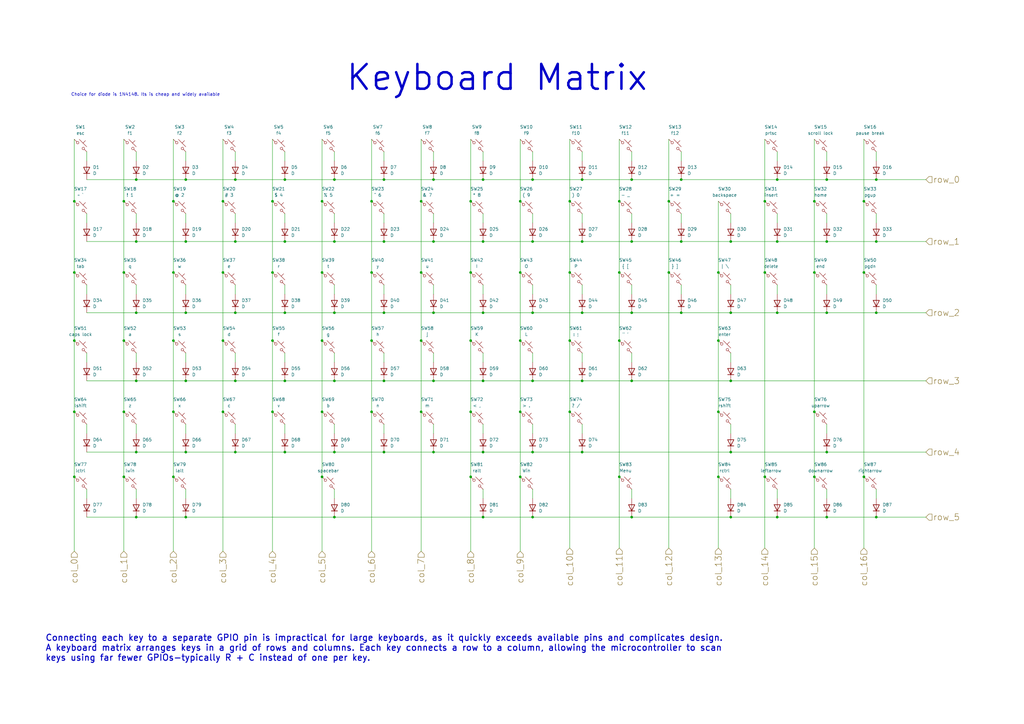
<source format=kicad_sch>
(kicad_sch (version 20250114) (generator "eeschema") (generator_version "9.0")
  (paper "A3")
  (text "Choice for diode is 1N4148. Its is cheap and widely available" (at 59.69 38.862 0) (effects (font (size 1.27 1.27))))
  (text "Connecting each key to a separate GPIO pin is impractical for large keyboards, as it quickly exceeds available pins and complicates design.\nA keyboard matrix arranges keys in a grid of rows and columns. Each key connects a row to a column, allowing the microcontroller to scan\nkeys using far fewer GPIOs-typically R + C instead of one per key.\n\n\n\n\n\n\n\n\n" (at 18.542 282.194 0) (effects (font (size 2.54 2.54) (thickness 0.381) (bold yes)) (justify left)))
  (text_box "Keyboard Matrix" (at 105.41 20.32 0) (size 196.85 22.86) (margins 0.9525 0.9525 0.9525 0.9525) (stroke (width -0.0001) (type dot)) (effects (font (size 10.16 10.16) (thickness 1.016) (bold yes))))
  (junction (at 116.84 156.21))
  (junction (at 96.52 73.66))
  (junction (at 71.12 168.91))
  (junction (at 76.2 99.06))
  (junction (at 55.88 128.27))
  (junction (at 213.36 139.7))
  (junction (at 76.2 128.27))
  (junction (at 359.41 73.66))
  (junction (at 339.09 185.42))
  (junction (at 91.44 168.91))
  (junction (at 50.8 139.7))
  (junction (at 359.41 128.27))
  (junction (at 172.72 168.91))
  (junction (at 354.33 111.76))
  (junction (at 177.8 185.42))
  (junction (at 238.76 156.21))
  (junction (at 254 82.55))
  (junction (at 233.68 82.55))
  (junction (at 152.4 111.76))
  (junction (at 294.64 195.58))
  (junction (at 339.09 73.66))
  (junction (at 111.76 139.7))
  (junction (at 213.36 168.91))
  (junction (at 137.16 128.27))
  (junction (at 299.72 212.09))
  (junction (at 116.84 73.66))
  (junction (at 313.69 82.55))
  (junction (at 193.04 195.58))
  (junction (at 157.48 156.21))
  (junction (at 294.64 168.91))
  (junction (at 318.77 99.06))
  (junction (at 198.12 212.09))
  (junction (at 71.12 111.76))
  (junction (at 132.08 82.55))
  (junction (at 213.36 195.58))
  (junction (at 254 139.7))
  (junction (at 218.44 156.21))
  (junction (at 152.4 168.91))
  (junction (at 279.4 73.66))
  (junction (at 274.32 111.76))
  (junction (at 299.72 156.21))
  (junction (at 279.4 99.06))
  (junction (at 137.16 212.09))
  (junction (at 30.48 168.91))
  (junction (at 91.44 111.76))
  (junction (at 313.69 111.76))
  (junction (at 157.48 185.42))
  (junction (at 218.44 212.09))
  (junction (at 111.76 82.55))
  (junction (at 193.04 111.76))
  (junction (at 334.01 82.55))
  (junction (at 193.04 168.91))
  (junction (at 259.08 128.27))
  (junction (at 55.88 212.09))
  (junction (at 259.08 73.66))
  (junction (at 213.36 82.55))
  (junction (at 294.64 139.7))
  (junction (at 359.41 212.09))
  (junction (at 137.16 185.42))
  (junction (at 354.33 195.58))
  (junction (at 30.48 111.76))
  (junction (at 318.77 212.09))
  (junction (at 152.4 82.55))
  (junction (at 132.08 139.7))
  (junction (at 238.76 185.42))
  (junction (at 177.8 73.66))
  (junction (at 193.04 139.7))
  (junction (at 76.2 73.66))
  (junction (at 50.8 168.91))
  (junction (at 313.69 195.58))
  (junction (at 218.44 185.42))
  (junction (at 71.12 195.58))
  (junction (at 254 195.58))
  (junction (at 339.09 128.27))
  (junction (at 76.2 156.21))
  (junction (at 30.48 82.55))
  (junction (at 30.48 139.7))
  (junction (at 213.36 111.76))
  (junction (at 157.48 73.66))
  (junction (at 96.52 156.21))
  (junction (at 177.8 128.27))
  (junction (at 50.8 195.58))
  (junction (at 96.52 185.42))
  (junction (at 137.16 99.06))
  (junction (at 233.68 111.76))
  (junction (at 76.2 212.09))
  (junction (at 198.12 156.21))
  (junction (at 294.64 111.76))
  (junction (at 50.8 82.55))
  (junction (at 116.84 128.27))
  (junction (at 55.88 73.66))
  (junction (at 50.8 111.76))
  (junction (at 334.01 111.76))
  (junction (at 259.08 99.06))
  (junction (at 334.01 168.91))
  (junction (at 334.01 195.58))
  (junction (at 116.84 99.06))
  (junction (at 55.88 99.06))
  (junction (at 137.16 156.21))
  (junction (at 198.12 185.42))
  (junction (at 55.88 156.21))
  (junction (at 274.32 82.55))
  (junction (at 218.44 99.06))
  (junction (at 339.09 212.09))
  (junction (at 218.44 73.66))
  (junction (at 259.08 212.09))
  (junction (at 116.84 185.42))
  (junction (at 137.16 73.66))
  (junction (at 91.44 82.55))
  (junction (at 354.33 82.55))
  (junction (at 132.08 111.76))
  (junction (at 238.76 73.66))
  (junction (at 91.44 139.7))
  (junction (at 233.68 139.7))
  (junction (at 172.72 82.55))
  (junction (at 111.76 168.91))
  (junction (at 132.08 168.91))
  (junction (at 96.52 99.06))
  (junction (at 299.72 185.42))
  (junction (at 198.12 128.27))
  (junction (at 233.68 168.91))
  (junction (at 71.12 82.55))
  (junction (at 299.72 128.27))
  (junction (at 132.08 195.58))
  (junction (at 157.48 128.27))
  (junction (at 238.76 128.27))
  (junction (at 157.48 99.06))
  (junction (at 172.72 111.76))
  (junction (at 177.8 99.06))
  (junction (at 111.76 111.76))
  (junction (at 76.2 185.42))
  (junction (at 318.77 73.66))
  (junction (at 299.72 99.06))
  (junction (at 55.88 185.42))
  (junction (at 254 111.76))
  (junction (at 96.52 128.27))
  (junction (at 193.04 82.55))
  (junction (at 339.09 99.06))
  (junction (at 172.72 139.7))
  (junction (at 279.4 128.27))
  (junction (at 152.4 139.7))
  (junction (at 318.77 128.27))
  (junction (at 218.44 128.27))
  (junction (at 198.12 99.06))
  (junction (at 198.12 73.66))
  (junction (at 71.12 139.7))
  (junction (at 177.8 156.21))
  (junction (at 238.76 99.06))
  (junction (at 30.48 195.58))
  (junction (at 259.08 156.21))
  (junction (at 359.41 99.06))
  (wire (pts (xy 354.33 57.15) (xy 354.33 82.55)))
  (wire (pts (xy 274.32 111.76) (xy 274.32 224.79)))
  (wire (pts (xy 238.76 173.99) (xy 238.76 177.8)))
  (wire (pts (xy 198.12 99.06) (xy 218.44 99.06)))
  (wire (pts (xy 198.12 128.27) (xy 218.44 128.27)))
  (wire (pts (xy 218.44 87.63) (xy 218.44 91.44)))
  (wire (pts (xy 116.84 156.21) (xy 137.16 156.21)))
  (wire (pts (xy 334.01 111.76) (xy 334.01 168.91)))
  (wire (pts (xy 137.16 156.21) (xy 157.48 156.21)))
  (wire (pts (xy 198.12 200.66) (xy 198.12 204.47)))
  (wire (pts (xy 116.84 73.66) (xy 137.16 73.66)))
  (wire (pts (xy 359.41 62.23) (xy 359.41 66.04)))
  (wire (pts (xy 318.77 99.06) (xy 339.09 99.06)))
  (wire (pts (xy 198.12 144.78) (xy 198.12 148.59)))
  (wire (pts (xy 359.41 200.66) (xy 359.41 204.47)))
  (wire (pts (xy 177.8 62.23) (xy 177.8 66.04)))
  (wire (pts (xy 30.48 111.76) (xy 30.48 139.7)))
  (wire (pts (xy 157.48 185.42) (xy 177.8 185.42)))
  (wire (pts (xy 254 57.15) (xy 254 82.55)))
  (wire (pts (xy 299.72 173.99) (xy 299.72 177.8)))
  (wire (pts (xy 218.44 212.09) (xy 259.08 212.09)))
  (wire (pts (xy 339.09 185.42) (xy 379.73 185.42)))
  (wire (pts (xy 132.08 195.58) (xy 132.08 226.06)))
  (wire (pts (xy 76.2 99.06) (xy 96.52 99.06)))
  (wire (pts (xy 233.68 111.76) (xy 233.68 139.7)))
  (wire (pts (xy 339.09 212.09) (xy 359.41 212.09)))
  (wire (pts (xy 334.01 57.15) (xy 334.01 82.55)))
  (wire (pts (xy 137.16 73.66) (xy 157.48 73.66)))
  (wire (pts (xy 35.56 200.66) (xy 35.56 204.47)))
  (wire (pts (xy 96.52 156.21) (xy 116.84 156.21)))
  (wire (pts (xy 299.72 212.09) (xy 318.77 212.09)))
  (wire (pts (xy 96.52 128.27) (xy 116.84 128.27)))
  (wire (pts (xy 30.48 82.55) (xy 30.48 111.76)))
  (wire (pts (xy 71.12 195.58) (xy 71.12 226.06)))
  (wire (pts (xy 318.77 62.23) (xy 318.77 66.04)))
  (wire (pts (xy 96.52 185.42) (xy 116.84 185.42)))
  (wire (pts (xy 259.08 156.21) (xy 299.72 156.21)))
  (wire (pts (xy 157.48 173.99) (xy 157.48 177.8)))
  (wire (pts (xy 152.4 139.7) (xy 152.4 168.91)))
  (wire (pts (xy 177.8 173.99) (xy 177.8 177.8)))
  (wire (pts (xy 318.77 116.84) (xy 318.77 120.65)))
  (wire (pts (xy 96.52 99.06) (xy 116.84 99.06)))
  (wire (pts (xy 193.04 168.91) (xy 193.04 195.58)))
  (wire (pts (xy 198.12 212.09) (xy 218.44 212.09)))
  (wire (pts (xy 177.8 144.78) (xy 177.8 148.59)))
  (wire (pts (xy 116.84 185.42) (xy 137.16 185.42)))
  (wire (pts (xy 274.32 57.15) (xy 274.32 82.55)))
  (wire (pts (xy 259.08 200.66) (xy 259.08 204.47)))
  (wire (pts (xy 294.64 82.55) (xy 294.64 111.76)))
  (wire (pts (xy 30.48 139.7) (xy 30.48 168.91)))
  (wire (pts (xy 259.08 73.66) (xy 279.4 73.66)))
  (wire (pts (xy 111.76 82.55) (xy 111.76 111.76)))
  (wire (pts (xy 177.8 128.27) (xy 198.12 128.27)))
  (wire (pts (xy 318.77 200.66) (xy 318.77 204.47)))
  (wire (pts (xy 35.56 62.23) (xy 35.56 66.04)))
  (wire (pts (xy 238.76 128.27) (xy 259.08 128.27)))
  (wire (pts (xy 198.12 116.84) (xy 198.12 120.65)))
  (wire (pts (xy 334.01 195.58) (xy 334.01 224.79)))
  (wire (pts (xy 35.56 156.21) (xy 55.88 156.21)))
  (wire (pts (xy 137.16 87.63) (xy 137.16 91.44)))
  (wire (pts (xy 218.44 62.23) (xy 218.44 66.04)))
  (wire (pts (xy 313.69 195.58) (xy 313.69 224.79)))
  (wire (pts (xy 96.52 144.78) (xy 96.52 148.59)))
  (wire (pts (xy 254 195.58) (xy 254 224.79)))
  (wire (pts (xy 279.4 73.66) (xy 318.77 73.66)))
  (wire (pts (xy 313.69 111.76) (xy 313.69 195.58)))
  (wire (pts (xy 198.12 173.99) (xy 198.12 177.8)))
  (wire (pts (xy 259.08 116.84) (xy 259.08 120.65)))
  (wire (pts (xy 116.84 62.23) (xy 116.84 66.04)))
  (wire (pts (xy 299.72 99.06) (xy 318.77 99.06)))
  (wire (pts (xy 152.4 168.91) (xy 152.4 226.06)))
  (wire (pts (xy 299.72 185.42) (xy 339.09 185.42)))
  (wire (pts (xy 76.2 73.66) (xy 96.52 73.66)))
  (wire (pts (xy 111.76 139.7) (xy 111.76 168.91)))
  (wire (pts (xy 76.2 173.99) (xy 76.2 177.8)))
  (wire (pts (xy 111.76 57.15) (xy 111.76 82.55)))
  (wire (pts (xy 35.56 73.66) (xy 55.88 73.66)))
  (wire (pts (xy 198.12 73.66) (xy 218.44 73.66)))
  (wire (pts (xy 354.33 195.58) (xy 354.33 224.79)))
  (wire (pts (xy 279.4 99.06) (xy 299.72 99.06)))
  (wire (pts (xy 111.76 168.91) (xy 111.76 226.06)))
  (wire (pts (xy 35.56 116.84) (xy 35.56 120.65)))
  (wire (pts (xy 116.84 116.84) (xy 116.84 120.65)))
  (wire (pts (xy 50.8 168.91) (xy 50.8 195.58)))
  (wire (pts (xy 238.76 62.23) (xy 238.76 66.04)))
  (wire (pts (xy 157.48 128.27) (xy 177.8 128.27)))
  (wire (pts (xy 35.56 144.78) (xy 35.56 148.59)))
  (wire (pts (xy 334.01 168.91) (xy 334.01 195.58)))
  (wire (pts (xy 152.4 111.76) (xy 152.4 139.7)))
  (wire (pts (xy 35.56 212.09) (xy 55.88 212.09)))
  (wire (pts (xy 137.16 128.27) (xy 157.48 128.27)))
  (wire (pts (xy 55.88 156.21) (xy 76.2 156.21)))
  (wire (pts (xy 213.36 111.76) (xy 213.36 139.7)))
  (wire (pts (xy 35.56 173.99) (xy 35.56 177.8)))
  (wire (pts (xy 238.76 87.63) (xy 238.76 91.44)))
  (wire (pts (xy 218.44 200.66) (xy 218.44 204.47)))
  (wire (pts (xy 339.09 73.66) (xy 359.41 73.66)))
  (wire (pts (xy 157.48 116.84) (xy 157.48 120.65)))
  (wire (pts (xy 198.12 156.21) (xy 218.44 156.21)))
  (wire (pts (xy 76.2 200.66) (xy 76.2 204.47)))
  (wire (pts (xy 238.76 144.78) (xy 238.76 148.59)))
  (wire (pts (xy 193.04 57.15) (xy 193.04 82.55)))
  (wire (pts (xy 116.84 99.06) (xy 137.16 99.06)))
  (wire (pts (xy 76.2 212.09) (xy 137.16 212.09)))
  (wire (pts (xy 55.88 87.63) (xy 55.88 91.44)))
  (wire (pts (xy 279.4 116.84) (xy 279.4 120.65)))
  (wire (pts (xy 30.48 195.58) (xy 30.48 226.06)))
  (wire (pts (xy 172.72 82.55) (xy 172.72 111.76)))
  (wire (pts (xy 193.04 82.55) (xy 193.04 111.76)))
  (wire (pts (xy 50.8 111.76) (xy 50.8 139.7)))
  (wire (pts (xy 30.48 168.91) (xy 30.48 195.58)))
  (wire (pts (xy 177.8 87.63) (xy 177.8 91.44)))
  (wire (pts (xy 30.48 57.15) (xy 30.48 82.55)))
  (wire (pts (xy 137.16 99.06) (xy 157.48 99.06)))
  (wire (pts (xy 213.36 195.58) (xy 213.36 226.06)))
  (wire (pts (xy 318.77 128.27) (xy 339.09 128.27)))
  (wire (pts (xy 116.84 144.78) (xy 116.84 148.59)))
  (wire (pts (xy 334.01 82.55) (xy 334.01 111.76)))
  (wire (pts (xy 111.76 111.76) (xy 111.76 139.7)))
  (wire (pts (xy 299.72 87.63) (xy 299.72 91.44)))
  (wire (pts (xy 55.88 128.27) (xy 76.2 128.27)))
  (wire (pts (xy 96.52 87.63) (xy 96.52 91.44)))
  (wire (pts (xy 218.44 173.99) (xy 218.44 177.8)))
  (wire (pts (xy 137.16 144.78) (xy 137.16 148.59)))
  (wire (pts (xy 132.08 168.91) (xy 132.08 195.58)))
  (wire (pts (xy 318.77 87.63) (xy 318.77 91.44)))
  (wire (pts (xy 313.69 57.15) (xy 313.69 82.55)))
  (wire (pts (xy 137.16 173.99) (xy 137.16 177.8)))
  (wire (pts (xy 218.44 156.21) (xy 238.76 156.21)))
  (wire (pts (xy 177.8 156.21) (xy 198.12 156.21)))
  (wire (pts (xy 132.08 139.7) (xy 132.08 168.91)))
  (wire (pts (xy 218.44 99.06) (xy 238.76 99.06)))
  (wire (pts (xy 339.09 200.66) (xy 339.09 204.47)))
  (wire (pts (xy 299.72 128.27) (xy 318.77 128.27)))
  (wire (pts (xy 294.64 139.7) (xy 294.64 168.91)))
  (wire (pts (xy 177.8 185.42) (xy 198.12 185.42)))
  (wire (pts (xy 359.41 128.27) (xy 379.73 128.27)))
  (wire (pts (xy 91.44 139.7) (xy 91.44 168.91)))
  (wire (pts (xy 91.44 168.91) (xy 91.44 226.06)))
  (wire (pts (xy 55.88 144.78) (xy 55.88 148.59)))
  (wire (pts (xy 359.41 99.06) (xy 379.73 99.06)))
  (wire (pts (xy 259.08 128.27) (xy 279.4 128.27)))
  (wire (pts (xy 359.41 116.84) (xy 359.41 120.65)))
  (wire (pts (xy 132.08 111.76) (xy 132.08 139.7)))
  (wire (pts (xy 339.09 99.06) (xy 359.41 99.06)))
  (wire (pts (xy 76.2 62.23) (xy 76.2 66.04)))
  (wire (pts (xy 313.69 82.55) (xy 313.69 111.76)))
  (wire (pts (xy 218.44 128.27) (xy 238.76 128.27)))
  (wire (pts (xy 238.76 73.66) (xy 259.08 73.66)))
  (wire (pts (xy 218.44 144.78) (xy 218.44 148.59)))
  (wire (pts (xy 359.41 87.63) (xy 359.41 91.44)))
  (wire (pts (xy 294.64 195.58) (xy 294.64 224.79)))
  (wire (pts (xy 132.08 57.15) (xy 132.08 82.55)))
  (wire (pts (xy 238.76 99.06) (xy 259.08 99.06)))
  (wire (pts (xy 238.76 185.42) (xy 299.72 185.42)))
  (wire (pts (xy 35.56 128.27) (xy 55.88 128.27)))
  (wire (pts (xy 198.12 87.63) (xy 198.12 91.44)))
  (wire (pts (xy 213.36 168.91) (xy 213.36 195.58)))
  (wire (pts (xy 76.2 87.63) (xy 76.2 91.44)))
  (wire (pts (xy 172.72 139.7) (xy 172.72 168.91)))
  (wire (pts (xy 157.48 144.78) (xy 157.48 148.59)))
  (wire (pts (xy 35.56 99.06) (xy 55.88 99.06)))
  (wire (pts (xy 198.12 62.23) (xy 198.12 66.04)))
  (wire (pts (xy 233.68 168.91) (xy 233.68 224.79)))
  (wire (pts (xy 116.84 87.63) (xy 116.84 91.44)))
  (wire (pts (xy 218.44 116.84) (xy 218.44 120.65)))
  (wire (pts (xy 50.8 57.15) (xy 50.8 82.55)))
  (wire (pts (xy 218.44 73.66) (xy 238.76 73.66)))
  (wire (pts (xy 91.44 57.15) (xy 91.44 82.55)))
  (wire (pts (xy 359.41 73.66) (xy 379.73 73.66)))
  (wire (pts (xy 177.8 73.66) (xy 198.12 73.66)))
  (wire (pts (xy 157.48 73.66) (xy 177.8 73.66)))
  (wire (pts (xy 91.44 82.55) (xy 91.44 111.76)))
  (wire (pts (xy 339.09 173.99) (xy 339.09 177.8)))
  (wire (pts (xy 299.72 156.21) (xy 379.73 156.21)))
  (wire (pts (xy 259.08 99.06) (xy 279.4 99.06)))
  (wire (pts (xy 198.12 185.42) (xy 218.44 185.42)))
  (wire (pts (xy 259.08 62.23) (xy 259.08 66.04)))
  (wire (pts (xy 172.72 57.15) (xy 172.72 82.55)))
  (wire (pts (xy 172.72 111.76) (xy 172.72 139.7)))
  (wire (pts (xy 132.08 82.55) (xy 132.08 111.76)))
  (wire (pts (xy 177.8 99.06) (xy 198.12 99.06)))
  (wire (pts (xy 157.48 62.23) (xy 157.48 66.04)))
  (wire (pts (xy 96.52 116.84) (xy 96.52 120.65)))
  (wire (pts (xy 279.4 87.63) (xy 279.4 91.44)))
  (wire (pts (xy 137.16 200.66) (xy 137.16 204.47)))
  (wire (pts (xy 233.68 57.15) (xy 233.68 82.55)))
  (wire (pts (xy 152.4 82.55) (xy 152.4 111.76)))
  (wire (pts (xy 193.04 195.58) (xy 193.04 226.06)))
  (wire (pts (xy 76.2 185.42) (xy 96.52 185.42)))
  (wire (pts (xy 274.32 82.55) (xy 274.32 111.76)))
  (wire (pts (xy 259.08 144.78) (xy 259.08 148.59)))
  (wire (pts (xy 76.2 128.27) (xy 96.52 128.27)))
  (wire (pts (xy 157.48 87.63) (xy 157.48 91.44)))
  (wire (pts (xy 55.88 62.23) (xy 55.88 66.04)))
  (wire (pts (xy 157.48 156.21) (xy 177.8 156.21)))
  (wire (pts (xy 177.8 116.84) (xy 177.8 120.65)))
  (wire (pts (xy 213.36 57.15) (xy 213.36 82.55)))
  (wire (pts (xy 71.12 168.91) (xy 71.12 195.58)))
  (wire (pts (xy 318.77 212.09) (xy 339.09 212.09)))
  (wire (pts (xy 55.88 212.09) (xy 76.2 212.09)))
  (wire (pts (xy 213.36 82.55) (xy 213.36 111.76)))
  (wire (pts (xy 294.64 168.91) (xy 294.64 195.58)))
  (wire (pts (xy 279.4 62.23) (xy 279.4 66.04)))
  (wire (pts (xy 259.08 212.09) (xy 299.72 212.09)))
  (wire (pts (xy 354.33 111.76) (xy 354.33 195.58)))
  (wire (pts (xy 233.68 82.55) (xy 233.68 111.76)))
  (wire (pts (xy 35.56 185.42) (xy 55.88 185.42)))
  (wire (pts (xy 339.09 87.63) (xy 339.09 91.44)))
  (wire (pts (xy 137.16 185.42) (xy 157.48 185.42)))
  (wire (pts (xy 91.44 111.76) (xy 91.44 139.7)))
  (wire (pts (xy 137.16 116.84) (xy 137.16 120.65)))
  (wire (pts (xy 137.16 212.09) (xy 198.12 212.09)))
  (wire (pts (xy 157.48 99.06) (xy 177.8 99.06)))
  (wire (pts (xy 76.2 144.78) (xy 76.2 148.59)))
  (wire (pts (xy 213.36 139.7) (xy 213.36 168.91)))
  (wire (pts (xy 218.44 185.42) (xy 238.76 185.42)))
  (wire (pts (xy 55.88 200.66) (xy 55.88 204.47)))
  (wire (pts (xy 238.76 116.84) (xy 238.76 120.65)))
  (wire (pts (xy 71.12 139.7) (xy 71.12 168.91)))
  (wire (pts (xy 238.76 156.21) (xy 259.08 156.21)))
  (wire (pts (xy 116.84 128.27) (xy 137.16 128.27)))
  (wire (pts (xy 254 139.7) (xy 254 195.58)))
  (wire (pts (xy 55.88 99.06) (xy 76.2 99.06)))
  (wire (pts (xy 96.52 62.23) (xy 96.52 66.04)))
  (wire (pts (xy 55.88 116.84) (xy 55.88 120.65)))
  (wire (pts (xy 299.72 144.78) (xy 299.72 148.59)))
  (wire (pts (xy 259.08 87.63) (xy 259.08 91.44)))
  (wire (pts (xy 354.33 82.55) (xy 354.33 111.76)))
  (wire (pts (xy 50.8 82.55) (xy 50.8 111.76)))
  (wire (pts (xy 193.04 111.76) (xy 193.04 139.7)))
  (wire (pts (xy 279.4 128.27) (xy 299.72 128.27)))
  (wire (pts (xy 193.04 139.7) (xy 193.04 168.91)))
  (wire (pts (xy 299.72 116.84) (xy 299.72 120.65)))
  (wire (pts (xy 35.56 87.63) (xy 35.56 91.44)))
  (wire (pts (xy 299.72 200.66) (xy 299.72 204.47)))
  (wire (pts (xy 294.64 111.76) (xy 294.64 139.7)))
  (wire (pts (xy 116.84 173.99) (xy 116.84 177.8)))
  (wire (pts (xy 359.41 212.09) (xy 379.73 212.09)))
  (wire (pts (xy 152.4 57.15) (xy 152.4 82.55)))
  (wire (pts (xy 71.12 111.76) (xy 71.12 139.7)))
  (wire (pts (xy 96.52 173.99) (xy 96.52 177.8)))
  (wire (pts (xy 55.88 173.99) (xy 55.88 177.8)))
  (wire (pts (xy 254 82.55) (xy 254 111.76)))
  (wire (pts (xy 96.52 73.66) (xy 116.84 73.66)))
  (wire (pts (xy 50.8 139.7) (xy 50.8 168.91)))
  (wire (pts (xy 339.09 128.27) (xy 359.41 128.27)))
  (wire (pts (xy 254 111.76) (xy 254 139.7)))
  (wire (pts (xy 55.88 185.42) (xy 76.2 185.42)))
  (wire (pts (xy 318.77 73.66) (xy 339.09 73.66)))
  (wire (pts (xy 76.2 116.84) (xy 76.2 120.65)))
  (wire (pts (xy 233.68 139.7) (xy 233.68 168.91)))
  (wire (pts (xy 55.88 73.66) (xy 76.2 73.66)))
  (wire (pts (xy 172.72 168.91) (xy 172.72 226.06)))
  (wire (pts (xy 71.12 57.15) (xy 71.12 82.55)))
  (wire (pts (xy 71.12 82.55) (xy 71.12 111.76)))
  (wire (pts (xy 339.09 62.23) (xy 339.09 66.04)))
  (wire (pts (xy 339.09 116.84) (xy 339.09 120.65)))
  (wire (pts (xy 50.8 195.58) (xy 50.8 226.06)))
  (wire (pts (xy 137.16 62.23) (xy 137.16 66.04)))
  (wire (pts (xy 76.2 156.21) (xy 96.52 156.21)))
  (hierarchical_label "col_16" (shape input) (at 354.33 224.79 270) (effects (font (size 2.54 2.54))))
  (hierarchical_label "col_6" (shape input) (at 152.4 226.06 270) (effects (font (size 2.54 2.54))))
  (hierarchical_label "col_15" (shape input) (at 334.01 224.79 270) (effects (font (size 2.54 2.54))))
  (hierarchical_label "col_1" (shape input) (at 50.8 226.06 270) (effects (font (size 2.54 2.54))))
  (hierarchical_label "col_0" (shape input) (at 30.48 226.06 270) (effects (font (size 2.54 2.54))))
  (hierarchical_label "row_5" (shape input) (at 379.73 212.09 0) (effects (font (size 2.54 2.54))))
  (hierarchical_label "col_11" (shape input) (at 254 224.79 270) (effects (font (size 2.54 2.54))))
  (hierarchical_label "col_12" (shape input) (at 274.32 224.79 270) (effects (font (size 2.54 2.54))))
  (hierarchical_label "row_1" (shape input) (at 379.73 99.06 0) (effects (font (size 2.54 2.54))))
  (hierarchical_label "col_9" (shape input) (at 213.36 226.06 270) (effects (font (size 2.54 2.54))))
  (hierarchical_label "col_7" (shape input) (at 172.72 226.06 270) (effects (font (size 2.54 2.54))))
  (hierarchical_label "row_4" (shape input) (at 379.73 185.42 0) (effects (font (size 2.54 2.54))))
  (hierarchical_label "col_2" (shape input) (at 71.12 226.06 270) (effects (font (size 2.54 2.54))))
  (hierarchical_label "col_13" (shape input) (at 294.64 224.79 270) (effects (font (size 2.54 2.54))))
  (hierarchical_label "col_14" (shape input) (at 313.69 224.79 270) (effects (font (size 2.54 2.54))))
  (hierarchical_label "col_4" (shape input) (at 111.76 226.06 270) (effects (font (size 2.54 2.54))))
  (hierarchical_label "row_2" (shape input) (at 379.73 128.27 0) (effects (font (size 2.54 2.54))))
  (hierarchical_label "row_3" (shape input) (at 379.73 156.21 0) (effects (font (size 2.54 2.54))))
  (hierarchical_label "row_0" (shape input) (at 379.73 73.66 0) (effects (font (size 2.54 2.54))))
  (hierarchical_label "col_5" (shape input) (at 132.08 226.06 270) (effects (font (size 2.54 2.54))))
  (hierarchical_label "col_3" (shape input) (at 91.44 226.06 270) (effects (font (size 2.54 2.54))))
  (hierarchical_label "col_8" (shape input) (at 193.04 226.06 270) (effects (font (size 2.54 2.54))))
  (hierarchical_label "col_10" (shape input) (at 233.68 224.79 270) (effects (font (size 2.54 2.54))))
  (symbol (lib_id "Switch:SW_Push_45deg") (at 215.9 59.69 0) (unit 1)
    (property "Reference" "SW10" (at 215.9 52.07 0))
    (property "Value" "f9" (at 215.9 54.61 0))
    (property "Footprint" "myLibrary:MX_PCB_1.00u" (effects (hide yes)))
    (property "Description" "Push button switch, normally open, two pins, 45° tilted" (effects (hide yes)))
  )
  (symbol (lib_id "Device:D") (at 299.72 124.46 90) (unit 1)
    (property "Reference" "D47" (at 302.26 123.1899 90) (effects (justify right)))
    (property "Value" "D" (at 302.26 125.7299 90) (effects (justify right)))
    (property "Footprint" "Diode_SMD:D_SOD-123" (effects (hide yes)))
    (property "Description" "Diode" (effects (hide yes)))
    (property "Sim.Device" "D" (effects (hide yes)))
    (property "Sim.Pins" "1=K 2=A" (effects (hide yes)))
  )
  (symbol (lib_id "Device:D") (at 55.88 181.61 90) (unit 1)
    (property "Reference" "D65" (at 58.42 180.3399 90) (effects (justify right)))
    (property "Value" "D" (at 58.42 182.8799 90) (effects (justify right)))
    (property "Footprint" "Diode_SMD:D_SOD-123" (effects (hide yes)))
    (property "Description" "Diode" (effects (hide yes)))
    (property "Sim.Device" "D" (effects (hide yes)))
    (property "Sim.Pins" "1=K 2=A" (effects (hide yes)))
  )
  (symbol (lib_id "Switch:SW_Push_45deg") (at 336.55 114.3 0) (unit 1)
    (property "Reference" "SW49" (at 336.55 106.68 0))
    (property "Value" "end" (at 336.55 109.22 0))
    (property "Footprint" "myLibrary:MX_PCB_1.00u" (effects (hide yes)))
    (property "Description" "Push button switch, normally open, two pins, 45° tilted" (effects (hide yes)))
  )
  (symbol (lib_id "Switch:SW_Push_45deg") (at 297.18 114.3 0) (unit 1)
    (property "Reference" "SW47" (at 297.18 106.68 0))
    (property "Value" "| \\" (at 297.18 109.22 0))
    (property "Footprint" "myLibrary:MX_PCB_1.50u" (effects (hide yes)))
    (property "Description" "Push button switch, normally open, two pins, 45° tilted" (effects (hide yes)))
  )
  (symbol (lib_id "Device:D") (at 55.88 124.46 90) (unit 1)
    (property "Reference" "D35" (at 58.42 123.1899 90) (effects (justify right)))
    (property "Value" "D" (at 58.42 125.7299 90) (effects (justify right)))
    (property "Footprint" "Diode_SMD:D_SOD-123" (effects (hide yes)))
    (property "Description" "Diode" (effects (hide yes)))
    (property "Sim.Device" "D" (effects (hide yes)))
    (property "Sim.Pins" "1=K 2=A" (effects (hide yes)))
  )
  (symbol (lib_id "Switch:SW_Push_45deg") (at 215.9 114.3 0) (unit 1)
    (property "Reference" "SW43" (at 215.9 106.68 0))
    (property "Value" "O" (at 215.9 109.22 0))
    (property "Footprint" "myLibrary:MX_PCB_1.00u" (effects (hide yes)))
    (property "Description" "Push button switch, normally open, two pins, 45° tilted" (effects (hide yes)))
  )
  (symbol (lib_id "Switch:SW_Push_45deg") (at 175.26 142.24 0) (unit 1)
    (property "Reference" "SW58" (at 175.26 134.62 0))
    (property "Value" "j" (at 175.26 137.16 0))
    (property "Footprint" "myLibrary:MX_PCB_1.00u" (effects (hide yes)))
    (property "Description" "Push button switch, normally open, two pins, 45° tilted" (effects (hide yes)))
  )
  (symbol (lib_id "Device:D") (at 259.08 208.28 90) (unit 1)
    (property "Reference" "D83" (at 261.62 207.0099 90) (effects (justify right)))
    (property "Value" "D" (at 261.62 209.5499 90) (effects (justify right)))
    (property "Footprint" "Diode_SMD:D_SOD-123" (effects (hide yes)))
    (property "Description" "Diode" (effects (hide yes)))
    (property "Sim.Device" "D" (effects (hide yes)))
    (property "Sim.Pins" "1=K 2=A" (effects (hide yes)))
  )
  (symbol (lib_id "Switch:SW_Push_45deg") (at 297.18 198.12 0) (unit 1)
    (property "Reference" "SW84" (at 297.18 190.5 0))
    (property "Value" "rctrl" (at 297.18 193.04 0))
    (property "Footprint" "myLibrary:MX_PCB_1.25u" (effects (hide yes)))
    (property "Description" "Push button switch, normally open, two pins, 45° tilted" (effects (hide yes)))
  )
  (symbol (lib_id "Switch:SW_Push_45deg") (at 256.54 85.09 0) (unit 1)
    (property "Reference" "SW28" (at 256.54 77.47 0))
    (property "Value" "- _" (at 256.54 80.01 0))
    (property "Footprint" "myLibrary:MX_PCB_1.00u" (effects (hide yes)))
    (property "Description" "Push button switch, normally open, two pins, 45° tilted" (effects (hide yes)))
  )
  (symbol (lib_id "Device:D") (at 259.08 69.85 90) (unit 1)
    (property "Reference" "D12" (at 261.62 68.5799 90) (effects (justify right)))
    (property "Value" "D" (at 261.62 71.1199 90) (effects (justify right)))
    (property "Footprint" "Diode_SMD:D_SOD-123" (effects (hide yes)))
    (property "Description" "Diode" (effects (hide yes)))
    (property "Sim.Device" "D" (effects (hide yes)))
    (property "Sim.Pins" "1=K 2=A" (effects (hide yes)))
  )
  (symbol (lib_id "Device:D") (at 76.2 181.61 90) (unit 1)
    (property "Reference" "D66" (at 78.74 180.3399 90) (effects (justify right)))
    (property "Value" "D" (at 78.74 182.8799 90) (effects (justify right)))
    (property "Footprint" "Diode_SMD:D_SOD-123" (effects (hide yes)))
    (property "Description" "Diode" (effects (hide yes)))
    (property "Sim.Device" "D" (effects (hide yes)))
    (property "Sim.Pins" "1=K 2=A" (effects (hide yes)))
  )
  (symbol (lib_id "Device:D") (at 116.84 69.85 90) (unit 1)
    (property "Reference" "D5" (at 119.38 68.5799 90) (effects (justify right)))
    (property "Value" "D" (at 119.38 71.1199 90) (effects (justify right)))
    (property "Footprint" "Diode_SMD:D_SOD-123" (effects (hide yes)))
    (property "Description" "Diode" (effects (hide yes)))
    (property "Sim.Device" "D" (effects (hide yes)))
    (property "Sim.Pins" "1=K 2=A" (effects (hide yes)))
  )
  (symbol (lib_id "Device:D") (at 55.88 208.28 90) (unit 1)
    (property "Reference" "D78" (at 58.42 207.0099 90) (effects (justify right)))
    (property "Value" "D" (at 58.42 209.5499 90) (effects (justify right)))
    (property "Footprint" "Diode_SMD:D_SOD-123" (effects (hide yes)))
    (property "Description" "Diode" (effects (hide yes)))
    (property "Sim.Device" "D" (effects (hide yes)))
    (property "Sim.Pins" "1=K 2=A" (effects (hide yes)))
  )
  (symbol (lib_id "Device:D") (at 238.76 181.61 90) (unit 1)
    (property "Reference" "D74" (at 241.3 180.3399 90) (effects (justify right)))
    (property "Value" "D" (at 241.3 182.8799 90) (effects (justify right)))
    (property "Footprint" "Diode_SMD:D_SOD-123" (effects (hide yes)))
    (property "Description" "Diode" (effects (hide yes)))
    (property "Sim.Device" "D" (effects (hide yes)))
    (property "Sim.Pins" "1=K 2=A" (effects (hide yes)))
  )
  (symbol (lib_id "Switch:SW_Push_45deg") (at 236.22 171.45 0) (unit 1)
    (property "Reference" "SW74" (at 236.22 163.83 0))
    (property "Value" "? /" (at 236.22 166.37 0))
    (property "Footprint" "myLibrary:MX_PCB_1.00u" (effects (hide yes)))
    (property "Description" "Push button switch, normally open, two pins, 45° tilted" (effects (hide yes)))
  )
  (symbol (lib_id "Device:D") (at 339.09 181.61 90) (unit 1)
    (property "Reference" "D76" (at 341.63 180.3399 90) (effects (justify right)))
    (property "Value" "D" (at 341.63 182.8799 90) (effects (justify right)))
    (property "Footprint" "Diode_SMD:D_SOD-123" (effects (hide yes)))
    (property "Description" "Diode" (effects (hide yes)))
    (property "Sim.Device" "D" (effects (hide yes)))
    (property "Sim.Pins" "1=K 2=A" (effects (hide yes)))
  )
  (symbol (lib_id "Switch:SW_Push_45deg") (at 297.18 171.45 0) (unit 1)
    (property "Reference" "SW75" (at 297.18 163.83 0))
    (property "Value" "rshift" (at 297.18 166.37 0))
    (property "Footprint" "myLibrary:MX_PCB_2.75u" (effects (hide yes)))
    (property "Description" "Push button switch, normally open, two pins, 45° tilted" (effects (hide yes)))
  )
  (symbol (lib_id "Switch:SW_Push_45deg") (at 256.54 59.69 0) (unit 1)
    (property "Reference" "SW12" (at 256.54 52.07 0))
    (property "Value" "f11" (at 256.54 54.61 0))
    (property "Footprint" "myLibrary:MX_PCB_1.00u" (effects (hide yes)))
    (property "Description" "Push button switch, normally open, two pins, 45° tilted" (effects (hide yes)))
  )
  (symbol (lib_id "Switch:SW_Push_45deg") (at 93.98 114.3 0) (unit 1)
    (property "Reference" "SW37" (at 93.98 106.68 0))
    (property "Value" "e" (at 93.98 109.22 0))
    (property "Footprint" "myLibrary:MX_PCB_1.00u" (effects (hide yes)))
    (property "Description" "Push button switch, normally open, two pins, 45° tilted" (effects (hide yes)))
  )
  (symbol (lib_id "Device:D") (at 318.77 124.46 90) (unit 1)
    (property "Reference" "D48" (at 321.31 123.1899 90) (effects (justify right)))
    (property "Value" "D" (at 321.31 125.7299 90) (effects (justify right)))
    (property "Footprint" "Diode_SMD:D_SOD-123" (effects (hide yes)))
    (property "Description" "Diode" (effects (hide yes)))
    (property "Sim.Device" "D" (effects (hide yes)))
    (property "Sim.Pins" "1=K 2=A" (effects (hide yes)))
  )
  (symbol (lib_id "Device:D") (at 137.16 124.46 90) (unit 1)
    (property "Reference" "D39" (at 139.7 123.1899 90) (effects (justify right)))
    (property "Value" "D" (at 139.7 125.7299 90) (effects (justify right)))
    (property "Footprint" "Diode_SMD:D_SOD-123" (effects (hide yes)))
    (property "Description" "Diode" (effects (hide yes)))
    (property "Sim.Device" "D" (effects (hide yes)))
    (property "Sim.Pins" "1=K 2=A" (effects (hide yes)))
  )
  (symbol (lib_id "Switch:SW_Push_45deg") (at 134.62 198.12 0) (unit 1)
    (property "Reference" "SW80" (at 134.62 190.5 0))
    (property "Value" "spacebar" (at 134.62 193.04 0))
    (property "Footprint" "myLibrary:MX_PCB_6.25u" (effects (hide yes)))
    (property "Description" "Push button switch, normally open, two pins, 45° tilted" (effects (hide yes)))
  )
  (symbol (lib_id "Switch:SW_Push_45deg") (at 53.34 171.45 0) (unit 1)
    (property "Reference" "SW65" (at 53.34 163.83 0))
    (property "Value" "z" (at 53.34 166.37 0))
    (property "Footprint" "myLibrary:MX_PCB_1.00u" (effects (hide yes)))
    (property "Description" "Push button switch, normally open, two pins, 45° tilted" (effects (hide yes)))
  )
  (symbol (lib_id "Device:D") (at 218.44 95.25 90) (unit 1)
    (property "Reference" "D26" (at 220.98 93.9799 90) (effects (justify right)))
    (property "Value" "D" (at 220.98 96.5199 90) (effects (justify right)))
    (property "Footprint" "Diode_SMD:D_SOD-123" (effects (hide yes)))
    (property "Description" "Diode" (effects (hide yes)))
    (property "Sim.Device" "D" (effects (hide yes)))
    (property "Sim.Pins" "1=K 2=A" (effects (hide yes)))
  )
  (symbol (lib_id "Device:D") (at 137.16 95.25 90) (unit 1)
    (property "Reference" "D22" (at 139.7 93.9799 90) (effects (justify right)))
    (property "Value" "D" (at 139.7 96.5199 90) (effects (justify right)))
    (property "Footprint" "Diode_SMD:D_SOD-123" (effects (hide yes)))
    (property "Description" "Diode" (effects (hide yes)))
    (property "Sim.Device" "D" (effects (hide yes)))
    (property "Sim.Pins" "1=K 2=A" (effects (hide yes)))
  )
  (symbol (lib_id "Switch:SW_Push_45deg") (at 356.87 114.3 0) (unit 1)
    (property "Reference" "SW50" (at 356.87 106.68 0))
    (property "Value" "pgdn" (at 356.87 109.22 0))
    (property "Footprint" "myLibrary:MX_PCB_1.00u" (effects (hide yes)))
    (property "Description" "Push button switch, normally open, two pins, 45° tilted" (effects (hide yes)))
  )
  (symbol (lib_id "Switch:SW_Push_45deg") (at 356.87 85.09 0) (unit 1)
    (property "Reference" "SW33" (at 356.87 77.47 0))
    (property "Value" "pgup" (at 356.87 80.01 0))
    (property "Footprint" "myLibrary:MX_PCB_1.00u" (effects (hide yes)))
    (property "Description" "Push button switch, normally open, two pins, 45° tilted" (effects (hide yes)))
  )
  (symbol (lib_id "Device:D") (at 198.12 95.25 90) (unit 1)
    (property "Reference" "D25" (at 200.66 93.9799 90) (effects (justify right)))
    (property "Value" "D" (at 200.66 96.5199 90) (effects (justify right)))
    (property "Footprint" "Diode_SMD:D_SOD-123" (effects (hide yes)))
    (property "Description" "Diode" (effects (hide yes)))
    (property "Sim.Device" "D" (effects (hide yes)))
    (property "Sim.Pins" "1=K 2=A" (effects (hide yes)))
  )
  (symbol (lib_id "Device:D") (at 359.41 124.46 90) (unit 1)
    (property "Reference" "D50" (at 361.95 123.1899 90) (effects (justify right)))
    (property "Value" "D" (at 361.95 125.7299 90) (effects (justify right)))
    (property "Footprint" "Diode_SMD:D_SOD-123" (effects (hide yes)))
    (property "Description" "Diode" (effects (hide yes)))
    (property "Sim.Device" "D" (effects (hide yes)))
    (property "Sim.Pins" "1=K 2=A" (effects (hide yes)))
  )
  (symbol (lib_id "Switch:SW_Push_45deg") (at 195.58 171.45 0) (unit 1)
    (property "Reference" "SW72" (at 195.58 163.83 0))
    (property "Value" "< ," (at 195.58 166.37 0))
    (property "Footprint" "myLibrary:MX_PCB_1.00u" (effects (hide yes)))
    (property "Description" "Push button switch, normally open, two pins, 45° tilted" (effects (hide yes)))
  )
  (symbol (lib_id "Device:D") (at 339.09 95.25 90) (unit 1)
    (property "Reference" "D32" (at 341.63 93.9799 90) (effects (justify right)))
    (property "Value" "D" (at 341.63 96.5199 90) (effects (justify right)))
    (property "Footprint" "Diode_SMD:D_SOD-123" (effects (hide yes)))
    (property "Description" "Diode" (effects (hide yes)))
    (property "Sim.Device" "D" (effects (hide yes)))
    (property "Sim.Pins" "1=K 2=A" (effects (hide yes)))
  )
  (symbol (lib_id "Switch:SW_Push_45deg") (at 53.34 114.3 0) (unit 1)
    (property "Reference" "SW35" (at 53.34 106.68 0))
    (property "Value" "q" (at 53.34 109.22 0))
    (property "Footprint" "myLibrary:MX_PCB_1.00u" (effects (hide yes)))
    (property "Description" "Push button switch, normally open, two pins, 45° tilted" (effects (hide yes)))
  )
  (symbol (lib_id "Switch:SW_Push_45deg") (at 53.34 142.24 0) (unit 1)
    (property "Reference" "SW52" (at 53.34 134.62 0))
    (property "Value" "a" (at 53.34 137.16 0))
    (property "Footprint" "myLibrary:MX_PCB_1.00u" (effects (hide yes)))
    (property "Description" "Push button switch, normally open, two pins, 45° tilted" (effects (hide yes)))
  )
  (symbol (lib_id "Device:D") (at 359.41 69.85 90) (unit 1)
    (property "Reference" "D16" (at 361.95 68.5799 90) (effects (justify right)))
    (property "Value" "D" (at 361.95 71.1199 90) (effects (justify right)))
    (property "Footprint" "Diode_SMD:D_SOD-123" (effects (hide yes)))
    (property "Description" "Diode" (effects (hide yes)))
    (property "Sim.Device" "D" (effects (hide yes)))
    (property "Sim.Pins" "1=K 2=A" (effects (hide yes)))
  )
  (symbol (lib_id "Switch:SW_Push_45deg") (at 336.55 85.09 0) (unit 1)
    (property "Reference" "SW32" (at 336.55 77.47 0))
    (property "Value" "home" (at 336.55 80.01 0))
    (property "Footprint" "myLibrary:MX_PCB_1.00u" (effects (hide yes)))
    (property "Description" "Push button switch, normally open, two pins, 45° tilted" (effects (hide yes)))
  )
  (symbol (lib_id "Device:D") (at 198.12 208.28 90) (unit 1)
    (property "Reference" "D81" (at 200.66 207.0099 90) (effects (justify right)))
    (property "Value" "D" (at 200.66 209.5499 90) (effects (justify right)))
    (property "Footprint" "Diode_SMD:D_SOD-123" (effects (hide yes)))
    (property "Description" "Diode" (effects (hide yes)))
    (property "Sim.Device" "D" (effects (hide yes)))
    (property "Sim.Pins" "1=K 2=A" (effects (hide yes)))
  )
  (symbol (lib_id "Device:D") (at 116.84 152.4 90) (unit 1)
    (property "Reference" "D55" (at 119.38 151.1299 90) (effects (justify right)))
    (property "Value" "D" (at 119.38 153.6699 90) (effects (justify right)))
    (property "Footprint" "Diode_SMD:D_SOD-123" (effects (hide yes)))
    (property "Description" "Diode" (effects (hide yes)))
    (property "Sim.Device" "D" (effects (hide yes)))
    (property "Sim.Pins" "1=K 2=A" (effects (hide yes)))
  )
  (symbol (lib_id "Switch:SW_Push_45deg") (at 154.94 142.24 0) (unit 1)
    (property "Reference" "SW57" (at 154.94 134.62 0))
    (property "Value" "h" (at 154.94 137.16 0))
    (property "Footprint" "myLibrary:MX_PCB_1.00u" (effects (hide yes)))
    (property "Description" "Push button switch, normally open, two pins, 45° tilted" (effects (hide yes)))
  )
  (symbol (lib_id "Device:D") (at 218.44 208.28 90) (unit 1)
    (property "Reference" "D82" (at 220.98 207.0099 90) (effects (justify right)))
    (property "Value" "D" (at 220.98 209.5499 90) (effects (justify right)))
    (property "Footprint" "Diode_SMD:D_SOD-123" (effects (hide yes)))
    (property "Description" "Diode" (effects (hide yes)))
    (property "Sim.Device" "D" (effects (hide yes)))
    (property "Sim.Pins" "1=K 2=A" (effects (hide yes)))
  )
  (symbol (lib_id "Device:D") (at 96.52 124.46 90) (unit 1)
    (property "Reference" "D37" (at 99.06 123.1899 90) (effects (justify right)))
    (property "Value" "D" (at 99.06 125.7299 90) (effects (justify right)))
    (property "Footprint" "Diode_SMD:D_SOD-123" (effects (hide yes)))
    (property "Description" "Diode" (effects (hide yes)))
    (property "Sim.Device" "D" (effects (hide yes)))
    (property "Sim.Pins" "1=K 2=A" (effects (hide yes)))
  )
  (symbol (lib_id "Device:D") (at 137.16 181.61 90) (unit 1)
    (property "Reference" "D69" (at 139.7 180.3399 90) (effects (justify right)))
    (property "Value" "D" (at 139.7 182.8799 90) (effects (justify right)))
    (property "Footprint" "Diode_SMD:D_SOD-123" (effects (hide yes)))
    (property "Description" "Diode" (effects (hide yes)))
    (property "Sim.Device" "D" (effects (hide yes)))
    (property "Sim.Pins" "1=K 2=A" (effects (hide yes)))
  )
  (symbol (lib_id "Device:D") (at 299.72 181.61 90) (unit 1)
    (property "Reference" "D75" (at 302.26 180.3399 90) (effects (justify right)))
    (property "Value" "D" (at 302.26 182.8799 90) (effects (justify right)))
    (property "Footprint" "Diode_SMD:D_SOD-123" (effects (hide yes)))
    (property "Description" "Diode" (effects (hide yes)))
    (property "Sim.Device" "D" (effects (hide yes)))
    (property "Sim.Pins" "1=K 2=A" (effects (hide yes)))
  )
  (symbol (lib_id "Device:D") (at 318.77 208.28 90) (unit 1)
    (property "Reference" "D85" (at 321.31 207.0099 90) (effects (justify right)))
    (property "Value" "D" (at 321.31 209.5499 90) (effects (justify right)))
    (property "Footprint" "Diode_SMD:D_SOD-123" (effects (hide yes)))
    (property "Description" "Diode" (effects (hide yes)))
    (property "Sim.Device" "D" (effects (hide yes)))
    (property "Sim.Pins" "1=K 2=A" (effects (hide yes)))
  )
  (symbol (lib_id "Switch:SW_Push_45deg") (at 73.66 198.12 0) (unit 1)
    (property "Reference" "SW79" (at 73.66 190.5 0))
    (property "Value" "lalt" (at 73.66 193.04 0))
    (property "Footprint" "myLibrary:MX_PCB_1.25u" (effects (hide yes)))
    (property "Description" "Push button switch, normally open, two pins, 45° tilted" (effects (hide yes)))
  )
  (symbol (lib_id "Device:D") (at 279.4 95.25 90) (unit 1)
    (property "Reference" "D29" (at 281.94 93.9799 90) (effects (justify right)))
    (property "Value" "D" (at 281.94 96.5199 90) (effects (justify right)))
    (property "Footprint" "Diode_SMD:D_SOD-123" (effects (hide yes)))
    (property "Description" "Diode" (effects (hide yes)))
    (property "Sim.Device" "D" (effects (hide yes)))
    (property "Sim.Pins" "1=K 2=A" (effects (hide yes)))
  )
  (symbol (lib_id "Switch:SW_Push_45deg") (at 73.66 59.69 0) (unit 1)
    (property "Reference" "SW3" (at 73.66 52.07 0))
    (property "Value" "f2" (at 73.66 54.61 0))
    (property "Footprint" "myLibrary:MX_PCB_1.00u" (effects (hide yes)))
    (property "Description" "Push button switch, normally open, two pins, 45° tilted" (effects (hide yes)))
  )
  (symbol (lib_id "Switch:SW_Push_45deg") (at 236.22 59.69 0) (unit 1)
    (property "Reference" "SW11" (at 236.22 52.07 0))
    (property "Value" "f10" (at 236.22 54.61 0))
    (property "Footprint" "myLibrary:MX_PCB_1.00u" (effects (hide yes)))
    (property "Description" "Push button switch, normally open, two pins, 45° tilted" (effects (hide yes)))
  )
  (symbol (lib_id "Device:D") (at 157.48 69.85 90) (unit 1)
    (property "Reference" "D7" (at 160.02 68.5799 90) (effects (justify right)))
    (property "Value" "D" (at 160.02 71.1199 90) (effects (justify right)))
    (property "Footprint" "Diode_SMD:D_SOD-123" (effects (hide yes)))
    (property "Description" "Diode" (effects (hide yes)))
    (property "Sim.Device" "D" (effects (hide yes)))
    (property "Sim.Pins" "1=K 2=A" (effects (hide yes)))
  )
  (symbol (lib_id "Switch:SW_Push_45deg") (at 33.02 114.3 0) (unit 1)
    (property "Reference" "SW34" (at 33.02 106.68 0))
    (property "Value" "tab" (at 33.02 109.22 0))
    (property "Footprint" "myLibrary:MX_PCB_1.50u" (effects (hide yes)))
    (property "Description" "Push button switch, normally open, two pins, 45° tilted" (effects (hide yes)))
  )
  (symbol (lib_id "Device:D") (at 55.88 69.85 90) (unit 1)
    (property "Reference" "D2" (at 58.42 68.5799 90) (effects (justify right)))
    (property "Value" "D" (at 58.42 71.1199 90) (effects (justify right)))
    (property "Footprint" "Diode_SMD:D_SOD-123" (effects (hide yes)))
    (property "Description" "Diode" (effects (hide yes)))
    (property "Sim.Device" "D" (effects (hide yes)))
    (property "Sim.Pins" "1=K 2=A" (effects (hide yes)))
  )
  (symbol (lib_id "Device:D") (at 198.12 152.4 90) (unit 1)
    (property "Reference" "D59" (at 200.66 151.1299 90) (effects (justify right)))
    (property "Value" "D" (at 200.66 153.6699 90) (effects (justify right)))
    (property "Footprint" "Diode_SMD:D_SOD-123" (effects (hide yes)))
    (property "Description" "Diode" (effects (hide yes)))
    (property "Sim.Device" "D" (effects (hide yes)))
    (property "Sim.Pins" "1=K 2=A" (effects (hide yes)))
  )
  (symbol (lib_id "Device:D") (at 259.08 95.25 90) (unit 1)
    (property "Reference" "D28" (at 261.62 93.9799 90) (effects (justify right)))
    (property "Value" "D" (at 261.62 96.5199 90) (effects (justify right)))
    (property "Footprint" "Diode_SMD:D_SOD-123" (effects (hide yes)))
    (property "Description" "Diode" (effects (hide yes)))
    (property "Sim.Device" "D" (effects (hide yes)))
    (property "Sim.Pins" "1=K 2=A" (effects (hide yes)))
  )
  (symbol (lib_id "Device:D") (at 76.2 69.85 90) (unit 1)
    (property "Reference" "D3" (at 78.74 68.5799 90) (effects (justify right)))
    (property "Value" "D" (at 78.74 71.1199 90) (effects (justify right)))
    (property "Footprint" "Diode_SMD:D_SOD-123" (effects (hide yes)))
    (property "Description" "Diode" (effects (hide yes)))
    (property "Sim.Device" "D" (effects (hide yes)))
    (property "Sim.Pins" "1=K 2=A" (effects (hide yes)))
  )
  (symbol (lib_id "Switch:SW_Push_45deg") (at 134.62 171.45 0) (unit 1)
    (property "Reference" "SW69" (at 134.62 163.83 0))
    (property "Value" "b" (at 134.62 166.37 0))
    (property "Footprint" "myLibrary:MX_PCB_1.00u" (effects (hide yes)))
    (property "Description" "Push button switch, normally open, two pins, 45° tilted" (effects (hide yes)))
  )
  (symbol (lib_id "Switch:SW_Push_45deg") (at 73.66 142.24 0) (unit 1)
    (property "Reference" "SW53" (at 73.66 134.62 0))
    (property "Value" "s" (at 73.66 137.16 0))
    (property "Footprint" "myLibrary:MX_PCB_1.00u" (effects (hide yes)))
    (property "Description" "Push button switch, normally open, two pins, 45° tilted" (effects (hide yes)))
  )
  (symbol (lib_id "Switch:SW_Push_45deg") (at 33.02 85.09 0) (unit 1)
    (property "Reference" "SW17" (at 33.02 77.47 0))
    (property "Value" "~ `" (at 33.02 80.01 0))
    (property "Footprint" "myLibrary:MX_PCB_1.00u" (effects (hide yes)))
    (property "Description" "Push button switch, normally open, two pins, 45° tilted" (effects (hide yes)))
  )
  (symbol (lib_id "Switch:SW_Push_45deg") (at 175.26 59.69 0) (unit 1)
    (property "Reference" "SW8" (at 175.26 52.07 0))
    (property "Value" "f7" (at 175.26 54.61 0))
    (property "Footprint" "myLibrary:MX_PCB_1.00u" (effects (hide yes)))
    (property "Description" "Push button switch, normally open, two pins, 45° tilted" (effects (hide yes)))
  )
  (symbol (lib_id "Switch:SW_Push_45deg") (at 215.9 85.09 0) (unit 1)
    (property "Reference" "SW26" (at 215.9 77.47 0))
    (property "Value" "( 9" (at 215.9 80.01 0))
    (property "Footprint" "myLibrary:MX_PCB_1.00u" (effects (hide yes)))
    (property "Description" "Push button switch, normally open, two pins, 45° tilted" (effects (hide yes)))
  )
  (symbol (lib_id "Device:D") (at 157.48 124.46 90) (unit 1)
    (property "Reference" "D40" (at 160.02 123.1899 90) (effects (justify right)))
    (property "Value" "D" (at 160.02 125.7299 90) (effects (justify right)))
    (property "Footprint" "Diode_SMD:D_SOD-123" (effects (hide yes)))
    (property "Description" "Diode" (effects (hide yes)))
    (property "Sim.Device" "D" (effects (hide yes)))
    (property "Sim.Pins" "1=K 2=A" (effects (hide yes)))
  )
  (symbol (lib_id "Device:D") (at 299.72 208.28 90) (unit 1)
    (property "Reference" "D84" (at 302.26 207.0099 90) (effects (justify right)))
    (property "Value" "D" (at 302.26 209.5499 90) (effects (justify right)))
    (property "Footprint" "Diode_SMD:D_SOD-123" (effects (hide yes)))
    (property "Description" "Diode" (effects (hide yes)))
    (property "Sim.Device" "D" (effects (hide yes)))
    (property "Sim.Pins" "1=K 2=A" (effects (hide yes)))
  )
  (symbol (lib_id "Device:D") (at 35.56 181.61 90) (unit 1)
    (property "Reference" "D64" (at 38.1 180.3399 90) (effects (justify right)))
    (property "Value" "D" (at 38.1 182.8799 90) (effects (justify right)))
    (property "Footprint" "Diode_SMD:D_SOD-123" (effects (hide yes)))
    (property "Description" "Diode" (effects (hide yes)))
    (property "Sim.Device" "D" (effects (hide yes)))
    (property "Sim.Pins" "1=K 2=A" (effects (hide yes)))
  )
  (symbol (lib_id "Switch:SW_Push_45deg") (at 356.87 59.69 0) (unit 1)
    (property "Reference" "SW16" (at 356.87 52.07 0))
    (property "Value" "pause break" (at 356.87 54.61 0))
    (property "Footprint" "myLibrary:MX_PCB_1.00u" (effects (hide yes)))
    (property "Description" "Push button switch, normally open, two pins, 45° tilted" (effects (hide yes)))
  )
  (symbol (lib_id "Switch:SW_Push_45deg") (at 93.98 142.24 0) (unit 1)
    (property "Reference" "SW54" (at 93.98 134.62 0))
    (property "Value" "d" (at 93.98 137.16 0))
    (property "Footprint" "myLibrary:MX_PCB_1.00u" (effects (hide yes)))
    (property "Description" "Push button switch, normally open, two pins, 45° tilted" (effects (hide yes)))
  )
  (symbol (lib_id "Device:D") (at 35.56 95.25 90) (unit 1)
    (property "Reference" "D17" (at 38.1 93.9799 90) (effects (justify right)))
    (property "Value" "D" (at 38.1 96.5199 90) (effects (justify right)))
    (property "Footprint" "Diode_SMD:D_SOD-123" (effects (hide yes)))
    (property "Description" "Diode" (effects (hide yes)))
    (property "Sim.Device" "D" (effects (hide yes)))
    (property "Sim.Pins" "1=K 2=A" (effects (hide yes)))
  )
  (symbol (lib_id "Switch:SW_Push_45deg") (at 114.3 114.3 0) (unit 1)
    (property "Reference" "SW38" (at 114.3 106.68 0))
    (property "Value" "r" (at 114.3 109.22 0))
    (property "Footprint" "myLibrary:MX_PCB_1.00u" (effects (hide yes)))
    (property "Description" "Push button switch, normally open, two pins, 45° tilted" (effects (hide yes)))
  )
  (symbol (lib_id "Switch:SW_Push_45deg") (at 134.62 85.09 0) (unit 1)
    (property "Reference" "SW22" (at 134.62 77.47 0))
    (property "Value" "% 5" (at 134.62 80.01 0))
    (property "Footprint" "myLibrary:MX_PCB_1.00u" (effects (hide yes)))
    (property "Description" "Push button switch, normally open, two pins, 45° tilted" (effects (hide yes)))
  )
  (symbol (lib_id "Device:D") (at 339.09 208.28 90) (unit 1)
    (property "Reference" "D86" (at 341.63 207.0099 90) (effects (justify right)))
    (property "Value" "D" (at 341.63 209.5499 90) (effects (justify right)))
    (property "Footprint" "Diode_SMD:D_SOD-123" (effects (hide yes)))
    (property "Description" "Diode" (effects (hide yes)))
    (property "Sim.Device" "D" (effects (hide yes)))
    (property "Sim.Pins" "1=K 2=A" (effects (hide yes)))
  )
  (symbol (lib_id "Switch:SW_Push_45deg") (at 336.55 198.12 0) (unit 1)
    (property "Reference" "SW86" (at 336.55 190.5 0))
    (property "Value" "downarrow" (at 336.55 193.04 0))
    (property "Footprint" "myLibrary:MX_PCB_1.00u" (effects (hide yes)))
    (property "Description" "Push button switch, normally open, two pins, 45° tilted" (effects (hide yes)))
  )
  (symbol (lib_id "Device:D") (at 198.12 124.46 90) (unit 1)
    (property "Reference" "D42" (at 200.66 123.1899 90) (effects (justify right)))
    (property "Value" "D" (at 200.66 125.7299 90) (effects (justify right)))
    (property "Footprint" "Diode_SMD:D_SOD-123" (effects (hide yes)))
    (property "Description" "Diode" (effects (hide yes)))
    (property "Sim.Device" "D" (effects (hide yes)))
    (property "Sim.Pins" "1=K 2=A" (effects (hide yes)))
  )
  (symbol (lib_id "Switch:SW_Push_45deg") (at 134.62 114.3 0) (unit 1)
    (property "Reference" "SW39" (at 134.62 106.68 0))
    (property "Value" "t" (at 134.62 109.22 0))
    (property "Footprint" "myLibrary:MX_PCB_1.00u" (effects (hide yes)))
    (property "Description" "Push button switch, normally open, two pins, 45° tilted" (effects (hide yes)))
  )
  (symbol (lib_id "Switch:SW_Push_45deg") (at 134.62 59.69 0) (unit 1)
    (property "Reference" "SW6" (at 134.62 52.07 0))
    (property "Value" "f5" (at 134.62 54.61 0))
    (property "Footprint" "myLibrary:MX_PCB_1.00u" (effects (hide yes)))
    (property "Description" "Push button switch, normally open, two pins, 45° tilted" (effects (hide yes)))
  )
  (symbol (lib_id "Switch:SW_Push_45deg") (at 154.94 114.3 0) (unit 1)
    (property "Reference" "SW40" (at 154.94 106.68 0))
    (property "Value" "y" (at 154.94 109.22 0))
    (property "Footprint" "myLibrary:MX_PCB_1.00u" (effects (hide yes)))
    (property "Description" "Push button switch, normally open, two pins, 45° tilted" (effects (hide yes)))
  )
  (symbol (lib_id "Device:D") (at 116.84 95.25 90) (unit 1)
    (property "Reference" "D21" (at 119.38 93.9799 90) (effects (justify right)))
    (property "Value" "D" (at 119.38 96.5199 90) (effects (justify right)))
    (property "Footprint" "Diode_SMD:D_SOD-123" (effects (hide yes)))
    (property "Description" "Diode" (effects (hide yes)))
    (property "Sim.Device" "D" (effects (hide yes)))
    (property "Sim.Pins" "1=K 2=A" (effects (hide yes)))
  )
  (symbol (lib_id "Switch:SW_Push_45deg") (at 53.34 59.69 0) (unit 1)
    (property "Reference" "SW2" (at 53.34 52.07 0))
    (property "Value" "f1" (at 53.34 54.61 0))
    (property "Footprint" "myLibrary:MX_PCB_1.00u" (effects (hide yes)))
    (property "Description" "Push button switch, normally open, two pins, 45° tilted" (effects (hide yes)))
  )
  (symbol (lib_id "Device:D") (at 177.8 152.4 90) (unit 1)
    (property "Reference" "D58" (at 180.34 151.1299 90) (effects (justify right)))
    (property "Value" "D" (at 180.34 153.6699 90) (effects (justify right)))
    (property "Footprint" "Diode_SMD:D_SOD-123" (effects (hide yes)))
    (property "Description" "Diode" (effects (hide yes)))
    (property "Sim.Device" "D" (effects (hide yes)))
    (property "Sim.Pins" "1=K 2=A" (effects (hide yes)))
  )
  (symbol (lib_id "Switch:SW_Push_45deg") (at 215.9 142.24 0) (unit 1)
    (property "Reference" "SW60" (at 215.9 134.62 0))
    (property "Value" "L" (at 215.9 137.16 0))
    (property "Footprint" "myLibrary:MX_PCB_1.00u" (effects (hide yes)))
    (property "Description" "Push button switch, normally open, two pins, 45° tilted" (effects (hide yes)))
  )
  (symbol (lib_id "Switch:SW_Push_45deg") (at 33.02 171.45 0) (unit 1)
    (property "Reference" "SW64" (at 33.02 163.83 0))
    (property "Value" "lshift" (at 33.02 166.37 0))
    (property "Footprint" "myLibrary:MX_PCB_2.25u" (effects (hide yes)))
    (property "Description" "Push button switch, normally open, two pins, 45° tilted" (effects (hide yes)))
  )
  (symbol (lib_id "Switch:SW_Push_45deg") (at 114.3 85.09 0) (unit 1)
    (property "Reference" "SW21" (at 114.3 77.47 0))
    (property "Value" "$ 4" (at 114.3 80.01 0))
    (property "Footprint" "myLibrary:MX_PCB_1.00u" (effects (hide yes)))
    (property "Description" "Push button switch, normally open, two pins, 45° tilted" (effects (hide yes)))
  )
  (symbol (lib_id "Switch:SW_Push_45deg") (at 276.86 114.3 0) (unit 1)
    (property "Reference" "SW46" (at 276.86 106.68 0))
    (property "Value" "} ]" (at 276.86 109.22 0))
    (property "Footprint" "myLibrary:MX_PCB_1.00u" (effects (hide yes)))
    (property "Description" "Push button switch, normally open, two pins, 45° tilted" (effects (hide yes)))
  )
  (symbol (lib_id "Device:D") (at 76.2 95.25 90) (unit 1)
    (property "Reference" "D19" (at 78.74 93.9799 90) (effects (justify right)))
    (property "Value" "D" (at 78.74 96.5199 90) (effects (justify right)))
    (property "Footprint" "Diode_SMD:D_SOD-123" (effects (hide yes)))
    (property "Description" "Diode" (effects (hide yes)))
    (property "Sim.Device" "D" (effects (hide yes)))
    (property "Sim.Pins" "1=K 2=A" (effects (hide yes)))
  )
  (symbol (lib_id "Device:D") (at 177.8 124.46 90) (unit 1)
    (property "Reference" "D41" (at 180.34 123.1899 90) (effects (justify right)))
    (property "Value" "D" (at 180.34 125.7299 90) (effects (justify right)))
    (property "Footprint" "Diode_SMD:D_SOD-123" (effects (hide yes)))
    (property "Description" "Diode" (effects (hide yes)))
    (property "Sim.Device" "D" (effects (hide yes)))
    (property "Sim.Pins" "1=K 2=A" (effects (hide yes)))
  )
  (symbol (lib_id "Switch:SW_Push_45deg") (at 316.23 85.09 0) (unit 1)
    (property "Reference" "SW31" (at 316.23 77.47 0))
    (property "Value" "insert" (at 316.23 80.01 0))
    (property "Footprint" "myLibrary:MX_PCB_1.00u" (effects (hide yes)))
    (property "Description" "Push button switch, normally open, two pins, 45° tilted" (effects (hide yes)))
  )
  (symbol (lib_id "Device:D") (at 177.8 69.85 90) (unit 1)
    (property "Reference" "D8" (at 180.34 68.5799 90) (effects (justify right)))
    (property "Value" "D" (at 180.34 71.1199 90) (effects (justify right)))
    (property "Footprint" "Diode_SMD:D_SOD-123" (effects (hide yes)))
    (property "Description" "Diode" (effects (hide yes)))
    (property "Sim.Device" "D" (effects (hide yes)))
    (property "Sim.Pins" "1=K 2=A" (effects (hide yes)))
  )
  (symbol (lib_id "Switch:SW_Push_45deg") (at 195.58 142.24 0) (unit 1)
    (property "Reference" "SW59" (at 195.58 134.62 0))
    (property "Value" "K" (at 195.58 137.16 0))
    (property "Footprint" "myLibrary:MX_PCB_1.00u" (effects (hide yes)))
    (property "Description" "Push button switch, normally open, two pins, 45° tilted" (effects (hide yes)))
  )
  (symbol (lib_id "Device:D") (at 157.48 181.61 90) (unit 1)
    (property "Reference" "D70" (at 160.02 180.3399 90) (effects (justify right)))
    (property "Value" "D" (at 160.02 182.8799 90) (effects (justify right)))
    (property "Footprint" "Diode_SMD:D_SOD-123" (effects (hide yes)))
    (property "Description" "Diode" (effects (hide yes)))
    (property "Sim.Device" "D" (effects (hide yes)))
    (property "Sim.Pins" "1=K 2=A" (effects (hide yes)))
  )
  (symbol (lib_id "Switch:SW_Push_45deg") (at 236.22 114.3 0) (unit 1)
    (property "Reference" "SW44" (at 236.22 106.68 0))
    (property "Value" "P" (at 236.22 109.22 0))
    (property "Footprint" "myLibrary:MX_PCB_1.00u" (effects (hide yes)))
    (property "Description" "Push button switch, normally open, two pins, 45° tilted" (effects (hide yes)))
  )
  (symbol (lib_id "Device:D") (at 318.77 95.25 90) (unit 1)
    (property "Reference" "D31" (at 321.31 93.9799 90) (effects (justify right)))
    (property "Value" "D" (at 321.31 96.5199 90) (effects (justify right)))
    (property "Footprint" "Diode_SMD:D_SOD-123" (effects (hide yes)))
    (property "Description" "Diode" (effects (hide yes)))
    (property "Sim.Device" "D" (effects (hide yes)))
    (property "Sim.Pins" "1=K 2=A" (effects (hide yes)))
  )
  (symbol (lib_id "Device:D") (at 299.72 95.25 90) (unit 1)
    (property "Reference" "D30" (at 302.26 93.9799 90) (effects (justify right)))
    (property "Value" "D" (at 302.26 96.5199 90) (effects (justify right)))
    (property "Footprint" "Diode_SMD:D_SOD-123" (effects (hide yes)))
    (property "Description" "Diode" (effects (hide yes)))
    (property "Sim.Device" "D" (effects (hide yes)))
    (property "Sim.Pins" "1=K 2=A" (effects (hide yes)))
  )
  (symbol (lib_id "Device:D") (at 218.44 181.61 90) (unit 1)
    (property "Reference" "D73" (at 220.98 180.3399 90) (effects (justify right)))
    (property "Value" "D" (at 220.98 182.8799 90) (effects (justify right)))
    (property "Footprint" "Diode_SMD:D_SOD-123" (effects (hide yes)))
    (property "Description" "Diode" (effects (hide yes)))
    (property "Sim.Device" "D" (effects (hide yes)))
    (property "Sim.Pins" "1=K 2=A" (effects (hide yes)))
  )
  (symbol (lib_id "Device:D") (at 259.08 124.46 90) (unit 1)
    (property "Reference" "D45" (at 261.62 123.1899 90) (effects (justify right)))
    (property "Value" "D" (at 261.62 125.7299 90) (effects (justify right)))
    (property "Footprint" "Diode_SMD:D_SOD-123" (effects (hide yes)))
    (property "Description" "Diode" (effects (hide yes)))
    (property "Sim.Device" "D" (effects (hide yes)))
    (property "Sim.Pins" "1=K 2=A" (effects (hide yes)))
  )
  (symbol (lib_id "Device:D") (at 76.2 152.4 90) (unit 1)
    (property "Reference" "D53" (at 78.74 151.1299 90) (effects (justify right)))
    (property "Value" "D" (at 78.74 153.6699 90) (effects (justify right)))
    (property "Footprint" "Diode_SMD:D_SOD-123" (effects (hide yes)))
    (property "Description" "Diode" (effects (hide yes)))
    (property "Sim.Device" "D" (effects (hide yes)))
    (property "Sim.Pins" "1=K 2=A" (effects (hide yes)))
  )
  (symbol (lib_id "Device:D") (at 279.4 69.85 90) (unit 1)
    (property "Reference" "D13" (at 281.94 68.5799 90) (effects (justify right)))
    (property "Value" "D" (at 281.94 71.1199 90) (effects (justify right)))
    (property "Footprint" "Diode_SMD:D_SOD-123" (effects (hide yes)))
    (property "Description" "Diode" (effects (hide yes)))
    (property "Sim.Device" "D" (effects (hide yes)))
    (property "Sim.Pins" "1=K 2=A" (effects (hide yes)))
  )
  (symbol (lib_id "Device:D") (at 137.16 69.85 90) (unit 1)
    (property "Reference" "D6" (at 139.7 68.5799 90) (effects (justify right)))
    (property "Value" "D" (at 139.7 71.1199 90) (effects (justify right)))
    (property "Footprint" "Diode_SMD:D_SOD-123" (effects (hide yes)))
    (property "Description" "Diode" (effects (hide yes)))
    (property "Sim.Device" "D" (effects (hide yes)))
    (property "Sim.Pins" "1=K 2=A" (effects (hide yes)))
  )
  (symbol (lib_id "Device:D") (at 96.52 181.61 90) (unit 1)
    (property "Reference" "D67" (at 99.06 180.3399 90) (effects (justify right)))
    (property "Value" "D" (at 99.06 182.8799 90) (effects (justify right)))
    (property "Footprint" "Diode_SMD:D_SOD-123" (effects (hide yes)))
    (property "Description" "Diode" (effects (hide yes)))
    (property "Sim.Device" "D" (effects (hide yes)))
    (property "Sim.Pins" "1=K 2=A" (effects (hide yes)))
  )
  (symbol (lib_id "Switch:SW_Push_45deg") (at 73.66 85.09 0) (unit 1)
    (property "Reference" "SW19" (at 73.66 77.47 0))
    (property "Value" "@ 2" (at 73.66 80.01 0))
    (property "Footprint" "myLibrary:MX_PCB_1.00u" (effects (hide yes)))
    (property "Description" "Push button switch, normally open, two pins, 45° tilted" (effects (hide yes)))
  )
  (symbol (lib_id "Device:D") (at 137.16 152.4 90) (unit 1)
    (property "Reference" "D56" (at 139.7 151.1299 90) (effects (justify right)))
    (property "Value" "D" (at 139.7 153.6699 90) (effects (justify right)))
    (property "Footprint" "Diode_SMD:D_SOD-123" (effects (hide yes)))
    (property "Description" "Diode" (effects (hide yes)))
    (property "Sim.Device" "D" (effects (hide yes)))
    (property "Sim.Pins" "1=K 2=A" (effects (hide yes)))
  )
  (symbol (lib_id "Switch:SW_Push_45deg") (at 73.66 171.45 0) (unit 1)
    (property "Reference" "SW66" (at 73.66 163.83 0))
    (property "Value" "x" (at 73.66 166.37 0))
    (property "Footprint" "myLibrary:MX_PCB_1.00u" (effects (hide yes)))
    (property "Description" "Push button switch, normally open, two pins, 45° tilted" (effects (hide yes)))
  )
  (symbol (lib_id "Device:D") (at 238.76 95.25 90) (unit 1)
    (property "Reference" "D27" (at 241.3 93.9799 90) (effects (justify right)))
    (property "Value" "D" (at 241.3 96.5199 90) (effects (justify right)))
    (property "Footprint" "Diode_SMD:D_SOD-123" (effects (hide yes)))
    (property "Description" "Diode" (effects (hide yes)))
    (property "Sim.Device" "D" (effects (hide yes)))
    (property "Sim.Pins" "1=K 2=A" (effects (hide yes)))
  )
  (symbol (lib_id "Device:D") (at 35.56 69.85 90) (unit 1)
    (property "Reference" "D1" (at 38.1 68.5799 90) (effects (justify right)))
    (property "Value" "D" (at 38.1 71.1199 90) (effects (justify right)))
    (property "Footprint" "Diode_SMD:D_SOD-123" (effects (hide yes)))
    (property "Description" "Diode" (effects (hide yes)))
    (property "Sim.Device" "D" (effects (hide yes)))
    (property "Sim.Pins" "1=K 2=A" (effects (hide yes)))
  )
  (symbol (lib_id "Switch:SW_Push_45deg") (at 114.3 171.45 0) (unit 1)
    (property "Reference" "SW68" (at 114.3 163.83 0))
    (property "Value" "v" (at 114.3 166.37 0))
    (property "Footprint" "myLibrary:MX_PCB_1.00u" (effects (hide yes)))
    (property "Description" "Push button switch, normally open, two pins, 45° tilted" (effects (hide yes)))
  )
  (symbol (lib_id "Device:D") (at 76.2 124.46 90) (unit 1)
    (property "Reference" "D36" (at 78.74 123.1899 90) (effects (justify right)))
    (property "Value" "D" (at 78.74 125.7299 90) (effects (justify right)))
    (property "Footprint" "Diode_SMD:D_SOD-123" (effects (hide yes)))
    (property "Description" "Diode" (effects (hide yes)))
    (property "Sim.Device" "D" (effects (hide yes)))
    (property "Sim.Pins" "1=K 2=A" (effects (hide yes)))
  )
  (symbol (lib_id "Device:D") (at 55.88 152.4 90) (unit 1)
    (property "Reference" "D52" (at 58.42 151.1299 90) (effects (justify right)))
    (property "Value" "D" (at 58.42 153.6699 90) (effects (justify right)))
    (property "Footprint" "Diode_SMD:D_SOD-123" (effects (hide yes)))
    (property "Description" "Diode" (effects (hide yes)))
    (property "Sim.Device" "D" (effects (hide yes)))
    (property "Sim.Pins" "1=K 2=A" (effects (hide yes)))
  )
  (symbol (lib_id "Device:D") (at 218.44 69.85 90) (unit 1)
    (property "Reference" "D10" (at 220.98 68.5799 90) (effects (justify right)))
    (property "Value" "D" (at 220.98 71.1199 90) (effects (justify right)))
    (property "Footprint" "Diode_SMD:D_SOD-123" (effects (hide yes)))
    (property "Description" "Diode" (effects (hide yes)))
    (property "Sim.Device" "D" (effects (hide yes)))
    (property "Sim.Pins" "1=K 2=A" (effects (hide yes)))
  )
  (symbol (lib_id "Switch:SW_Push_45deg") (at 316.23 59.69 0) (unit 1)
    (property "Reference" "SW14" (at 316.23 52.07 0))
    (property "Value" "prtsc" (at 316.23 54.61 0))
    (property "Footprint" "myLibrary:MX_PCB_1.00u" (effects (hide yes)))
    (property "Description" "Push button switch, normally open, two pins, 45° tilted" (effects (hide yes)))
  )
  (symbol (lib_id "Device:D") (at 198.12 181.61 90) (unit 1)
    (property "Reference" "D72" (at 200.66 180.3399 90) (effects (justify right)))
    (property "Value" "D" (at 200.66 182.8799 90) (effects (justify right)))
    (property "Footprint" "Diode_SMD:D_SOD-123" (effects (hide yes)))
    (property "Description" "Diode" (effects (hide yes)))
    (property "Sim.Device" "D" (effects (hide yes)))
    (property "Sim.Pins" "1=K 2=A" (effects (hide yes)))
  )
  (symbol (lib_id "Switch:SW_Push_45deg") (at 276.86 59.69 0) (unit 1)
    (property "Reference" "SW13" (at 276.86 52.07 0))
    (property "Value" "f12" (at 276.86 54.61 0))
    (property "Footprint" "myLibrary:MX_PCB_1.00u" (effects (hide yes)))
    (property "Description" "Push button switch, normally open, two pins, 45° tilted" (effects (hide yes)))
  )
  (symbol (lib_id "Switch:SW_Push_45deg") (at 114.3 59.69 0) (unit 1)
    (property "Reference" "SW5" (at 114.3 52.07 0))
    (property "Value" "f4" (at 114.3 54.61 0))
    (property "Footprint" "myLibrary:MX_PCB_1.00u" (effects (hide yes)))
    (property "Description" "Push button switch, normally open, two pins, 45° tilted" (effects (hide yes)))
  )
  (symbol (lib_id "Device:D") (at 339.09 124.46 90) (unit 1)
    (property "Reference" "D49" (at 341.63 123.1899 90) (effects (justify right)))
    (property "Value" "D" (at 341.63 125.7299 90) (effects (justify right)))
    (property "Footprint" "Diode_SMD:D_SOD-123" (effects (hide yes)))
    (property "Description" "Diode" (effects (hide yes)))
    (property "Sim.Device" "D" (effects (hide yes)))
    (property "Sim.Pins" "1=K 2=A" (effects (hide yes)))
  )
  (symbol (lib_id "Switch:SW_Push_45deg") (at 236.22 142.24 0) (unit 1)
    (property "Reference" "SW61" (at 236.22 134.62 0))
    (property "Value" ": ;" (at 236.22 137.16 0))
    (property "Footprint" "myLibrary:MX_PCB_1.00u" (effects (hide yes)))
    (property "Description" "Push button switch, normally open, two pins, 45° tilted" (effects (hide yes)))
  )
  (symbol (lib_id "Device:D") (at 76.2 208.28 90) (unit 1)
    (property "Reference" "D79" (at 78.74 207.0099 90) (effects (justify right)))
    (property "Value" "D" (at 78.74 209.5499 90) (effects (justify right)))
    (property "Footprint" "Diode_SMD:D_SOD-123" (effects (hide yes)))
    (property "Description" "Diode" (effects (hide yes)))
    (property "Sim.Device" "D" (effects (hide yes)))
    (property "Sim.Pins" "1=K 2=A" (effects (hide yes)))
  )
  (symbol (lib_id "Device:D") (at 299.72 152.4 90) (unit 1)
    (property "Reference" "D63" (at 302.26 151.1299 90) (effects (justify right)))
    (property "Value" "D" (at 302.26 153.6699 90) (effects (justify right)))
    (property "Footprint" "Diode_SMD:D_SOD-123" (effects (hide yes)))
    (property "Description" "Diode" (effects (hide yes)))
    (property "Sim.Device" "D" (effects (hide yes)))
    (property "Sim.Pins" "1=K 2=A" (effects (hide yes)))
  )
  (symbol (lib_id "Device:D") (at 177.8 181.61 90) (unit 1)
    (property "Reference" "D71" (at 180.34 180.3399 90) (effects (justify right)))
    (property "Value" "D" (at 180.34 182.8799 90) (effects (justify right)))
    (property "Footprint" "Diode_SMD:D_SOD-123" (effects (hide yes)))
    (property "Description" "Diode" (effects (hide yes)))
    (property "Sim.Device" "D" (effects (hide yes)))
    (property "Sim.Pins" "1=K 2=A" (effects (hide yes)))
  )
  (symbol (lib_id "Switch:SW_Push_45deg") (at 73.66 114.3 0) (unit 1)
    (property "Reference" "SW36" (at 73.66 106.68 0))
    (property "Value" "w" (at 73.66 109.22 0))
    (property "Footprint" "myLibrary:MX_PCB_1.00u" (effects (hide yes)))
    (property "Description" "Push button switch, normally open, two pins, 45° tilted" (effects (hide yes)))
  )
  (symbol (lib_id "Device:D") (at 116.84 181.61 90) (unit 1)
    (property "Reference" "D68" (at 119.38 180.3399 90) (effects (justify right)))
    (property "Value" "D" (at 119.38 182.8799 90) (effects (justify right)))
    (property "Footprint" "Diode_SMD:D_SOD-123" (effects (hide yes)))
    (property "Description" "Diode" (effects (hide yes)))
    (property "Sim.Device" "D" (effects (hide yes)))
    (property "Sim.Pins" "1=K 2=A" (effects (hide yes)))
  )
  (symbol (lib_id "Device:D") (at 238.76 124.46 90) (unit 1)
    (property "Reference" "D44" (at 241.3 123.1899 90) (effects (justify right)))
    (property "Value" "D" (at 241.3 125.7299 90) (effects (justify right)))
    (property "Footprint" "Diode_SMD:D_SOD-123" (effects (hide yes)))
    (property "Description" "Diode" (effects (hide yes)))
    (property "Sim.Device" "D" (effects (hide yes)))
    (property "Sim.Pins" "1=K 2=A" (effects (hide yes)))
  )
  (symbol (lib_id "Device:D") (at 35.56 124.46 90) (unit 1)
    (property "Reference" "D34" (at 38.1 123.1899 90) (effects (justify right)))
    (property "Value" "D" (at 38.1 125.7299 90) (effects (justify right)))
    (property "Footprint" "Diode_SMD:D_SOD-123" (effects (hide yes)))
    (property "Description" "Diode" (effects (hide yes)))
    (property "Sim.Device" "D" (effects (hide yes)))
    (property "Sim.Pins" "1=K 2=A" (effects (hide yes)))
  )
  (symbol (lib_id "Device:D") (at 96.52 69.85 90) (unit 1)
    (property "Reference" "D4" (at 99.06 68.5799 90) (effects (justify right)))
    (property "Value" "D" (at 99.06 71.1199 90) (effects (justify right)))
    (property "Footprint" "Diode_SMD:D_SOD-123" (effects (hide yes)))
    (property "Description" "Diode" (effects (hide yes)))
    (property "Sim.Device" "D" (effects (hide yes)))
    (property "Sim.Pins" "1=K 2=A" (effects (hide yes)))
  )
  (symbol (lib_id "Switch:SW_Push_45deg") (at 154.94 59.69 0) (unit 1)
    (property "Reference" "SW7" (at 154.94 52.07 0))
    (property "Value" "f6" (at 154.94 54.61 0))
    (property "Footprint" "myLibrary:MX_PCB_1.00u" (effects (hide yes)))
    (property "Description" "Push button switch, normally open, two pins, 45° tilted" (effects (hide yes)))
  )
  (symbol (lib_id "Device:D") (at 157.48 152.4 90) (unit 1)
    (property "Reference" "D57" (at 160.02 151.1299 90) (effects (justify right)))
    (property "Value" "D" (at 160.02 153.6699 90) (effects (justify right)))
    (property "Footprint" "Diode_SMD:D_SOD-123" (effects (hide yes)))
    (property "Description" "Diode" (effects (hide yes)))
    (property "Sim.Device" "D" (effects (hide yes)))
    (property "Sim.Pins" "1=K 2=A" (effects (hide yes)))
  )
  (symbol (lib_id "Switch:SW_Push_45deg") (at 33.02 198.12 0) (unit 1)
    (property "Reference" "SW77" (at 33.02 190.5 0))
    (property "Value" "lctrl" (at 33.02 193.04 0))
    (property "Footprint" "myLibrary:MX_PCB_1.25u" (effects (hide yes)))
    (property "Description" "Push button switch, normally open, two pins, 45° tilted" (effects (hide yes)))
  )
  (symbol (lib_id "Device:D") (at 35.56 208.28 90) (unit 1)
    (property "Reference" "D77" (at 38.1 207.0099 90) (effects (justify right)))
    (property "Value" "D" (at 38.1 209.5499 90) (effects (justify right)))
    (property "Footprint" "Diode_SMD:D_SOD-123" (effects (hide yes)))
    (property "Description" "Diode" (effects (hide yes)))
    (property "Sim.Device" "D" (effects (hide yes)))
    (property "Sim.Pins" "1=K 2=A" (effects (hide yes)))
  )
  (symbol (lib_id "Device:D") (at 116.84 124.46 90) (unit 1)
    (property "Reference" "D38" (at 119.38 123.1899 90) (effects (justify right)))
    (property "Value" "D" (at 119.38 125.7299 90) (effects (justify right)))
    (property "Footprint" "Diode_SMD:D_SOD-123" (effects (hide yes)))
    (property "Description" "Diode" (effects (hide yes)))
    (property "Sim.Device" "D" (effects (hide yes)))
    (property "Sim.Pins" "1=K 2=A" (effects (hide yes)))
  )
  (symbol (lib_id "Switch:SW_Push_45deg") (at 195.58 198.12 0) (unit 1)
    (property "Reference" "SW81" (at 195.58 190.5 0))
    (property "Value" "ralt" (at 195.58 193.04 0))
    (property "Footprint" "myLibrary:MX_PCB_1.25u" (effects (hide yes)))
    (property "Description" "Push button switch, normally open, two pins, 45° tilted" (effects (hide yes)))
  )
  (symbol (lib_id "Device:D") (at 218.44 124.46 90) (unit 1)
    (property "Reference" "D43" (at 220.98 123.1899 90) (effects (justify right)))
    (property "Value" "D" (at 220.98 125.7299 90) (effects (justify right)))
    (property "Footprint" "Diode_SMD:D_SOD-123" (effects (hide yes)))
    (property "Description" "Diode" (effects (hide yes)))
    (property "Sim.Device" "D" (effects (hide yes)))
    (property "Sim.Pins" "1=K 2=A" (effects (hide yes)))
  )
  (symbol (lib_id "Switch:SW_Push_45deg") (at 53.34 198.12 0) (unit 1)
    (property "Reference" "SW78" (at 53.34 190.5 0))
    (property "Value" "lwin" (at 53.34 193.04 0))
    (property "Footprint" "myLibrary:MX_PCB_1.25u" (effects (hide yes)))
    (property "Description" "Push button switch, normally open, two pins, 45° tilted" (effects (hide yes)))
  )
  (symbol (lib_id "Switch:SW_Push_45deg") (at 316.23 114.3 0) (unit 1)
    (property "Reference" "SW48" (at 316.23 106.68 0))
    (property "Value" "delete" (at 316.23 109.22 0))
    (property "Footprint" "myLibrary:MX_PCB_1.00u" (effects (hide yes)))
    (property "Description" "Push button switch, normally open, two pins, 45° tilted" (effects (hide yes)))
  )
  (symbol (lib_id "Device:D") (at 238.76 152.4 90) (unit 1)
    (property "Reference" "D61" (at 241.3 151.1299 90) (effects (justify right)))
    (property "Value" "D" (at 241.3 153.6699 90) (effects (justify right)))
    (property "Footprint" "Diode_SMD:D_SOD-123" (effects (hide yes)))
    (property "Description" "Diode" (effects (hide yes)))
    (property "Sim.Device" "D" (effects (hide yes)))
    (property "Sim.Pins" "1=K 2=A" (effects (hide yes)))
  )
  (symbol (lib_id "Switch:SW_Push_45deg") (at 114.3 142.24 0) (unit 1)
    (property "Reference" "SW55" (at 114.3 134.62 0))
    (property "Value" "f" (at 114.3 137.16 0))
    (property "Footprint" "myLibrary:MX_PCB_1.00u" (effects (hide yes)))
    (property "Description" "Push button switch, normally open, two pins, 45° tilted" (effects (hide yes)))
  )
  (symbol (lib_id "Switch:SW_Push_45deg") (at 33.02 142.24 0) (unit 1)
    (property "Reference" "SW51" (at 33.02 134.62 0))
    (property "Value" "caps lock" (at 33.02 137.16 0))
    (property "Footprint" "myLibrary:MX_PCB_1.00u" (effects (hide yes)))
    (property "Description" "Push button switch, normally open, two pins, 45° tilted" (effects (hide yes)))
  )
  (symbol (lib_id "Switch:SW_Push_45deg") (at 256.54 198.12 0) (unit 1)
    (property "Reference" "SW83" (at 256.54 190.5 0))
    (property "Value" "Menu" (at 256.54 193.04 0))
    (property "Footprint" "myLibrary:MX_PCB_1.25u" (effects (hide yes)))
    (property "Description" "Push button switch, normally open, two pins, 45° tilted" (effects (hide yes)))
  )
  (symbol (lib_id "Switch:SW_Push_45deg") (at 236.22 85.09 0) (unit 1)
    (property "Reference" "SW27" (at 236.22 77.47 0))
    (property "Value" ") 0" (at 236.22 80.01 0))
    (property "Footprint" "myLibrary:MX_PCB_1.00u" (effects (hide yes)))
    (property "Description" "Push button switch, normally open, two pins, 45° tilted" (effects (hide yes)))
  )
  (symbol (lib_id "Switch:SW_Push_45deg") (at 93.98 85.09 0) (unit 1)
    (property "Reference" "SW20" (at 93.98 77.47 0))
    (property "Value" "# 3" (at 93.98 80.01 0))
    (property "Footprint" "myLibrary:MX_PCB_1.00u" (effects (hide yes)))
    (property "Description" "Push button switch, normally open, two pins, 45° tilted" (effects (hide yes)))
  )
  (symbol (lib_id "Switch:SW_Push_45deg") (at 175.26 171.45 0) (unit 1)
    (property "Reference" "SW71" (at 175.26 163.83 0))
    (property "Value" "m" (at 175.26 166.37 0))
    (property "Footprint" "myLibrary:MX_PCB_1.00u" (effects (hide yes)))
    (property "Description" "Push button switch, normally open, two pins, 45° tilted" (effects (hide yes)))
  )
  (symbol (lib_id "Device:D") (at 35.56 152.4 90) (unit 1)
    (property "Reference" "D51" (at 38.1 151.1299 90) (effects (justify right)))
    (property "Value" "D" (at 38.1 153.6699 90) (effects (justify right)))
    (property "Footprint" "Diode_SMD:D_SOD-123" (effects (hide yes)))
    (property "Description" "Diode" (effects (hide yes)))
    (property "Sim.Device" "D" (effects (hide yes)))
    (property "Sim.Pins" "1=K 2=A" (effects (hide yes)))
  )
  (symbol (lib_id "Switch:SW_Push_45deg") (at 93.98 171.45 0) (unit 1)
    (property "Reference" "SW67" (at 93.98 163.83 0))
    (property "Value" "c" (at 93.98 166.37 0))
    (property "Footprint" "myLibrary:MX_PCB_1.00u" (effects (hide yes)))
    (property "Description" "Push button switch, normally open, two pins, 45° tilted" (effects (hide yes)))
  )
  (symbol (lib_id "Switch:SW_Push_45deg") (at 154.94 171.45 0) (unit 1)
    (property "Reference" "SW70" (at 154.94 163.83 0))
    (property "Value" "n" (at 154.94 166.37 0))
    (property "Footprint" "myLibrary:MX_PCB_1.00u" (effects (hide yes)))
    (property "Description" "Push button switch, normally open, two pins, 45° tilted" (effects (hide yes)))
  )
  (symbol (lib_id "Switch:SW_Push_45deg") (at 33.02 59.69 0) (unit 1)
    (property "Reference" "SW1" (at 33.02 52.07 0))
    (property "Value" "esc" (at 33.02 54.61 0))
    (property "Footprint" "myLibrary:MX_PCB_1.00u" (effects (hide yes)))
    (property "Description" "Push button switch, normally open, two pins, 45° tilted" (effects (hide yes)))
  )
  (symbol (lib_id "Device:D") (at 259.08 152.4 90) (unit 1)
    (property "Reference" "D62" (at 261.62 151.1299 90) (effects (justify right)))
    (property "Value" "D" (at 261.62 153.6699 90) (effects (justify right)))
    (property "Footprint" "Diode_SMD:D_SOD-123" (effects (hide yes)))
    (property "Description" "Diode" (effects (hide yes)))
    (property "Sim.Device" "D" (effects (hide yes)))
    (property "Sim.Pins" "1=K 2=A" (effects (hide yes)))
  )
  (symbol (lib_id "Switch:SW_Push_45deg") (at 276.86 85.09 0) (unit 1)
    (property "Reference" "SW29" (at 276.86 77.47 0))
    (property "Value" "+ =" (at 276.86 80.01 0))
    (property "Footprint" "myLibrary:MX_PCB_1.00u" (effects (hide yes)))
    (property "Description" "Push button switch, normally open, two pins, 45° tilted" (effects (hide yes)))
  )
  (symbol (lib_id "Switch:SW_Push_45deg") (at 256.54 114.3 0) (unit 1)
    (property "Reference" "SW45" (at 256.54 106.68 0))
    (property "Value" "{ [" (at 256.54 109.22 0))
    (property "Footprint" "myLibrary:MX_PCB_1.00u" (effects (hide yes)))
    (property "Description" "Push button switch, normally open, two pins, 45° tilted" (effects (hide yes)))
  )
  (symbol (lib_id "Device:D") (at 96.52 95.25 90) (unit 1)
    (property "Reference" "D20" (at 99.06 93.9799 90) (effects (justify right)))
    (property "Value" "D" (at 99.06 96.5199 90) (effects (justify right)))
    (property "Footprint" "Diode_SMD:D_SOD-123" (effects (hide yes)))
    (property "Description" "Diode" (effects (hide yes)))
    (property "Sim.Device" "D" (effects (hide yes)))
    (property "Sim.Pins" "1=K 2=A" (effects (hide yes)))
  )
  (symbol (lib_id "Device:D") (at 157.48 95.25 90) (unit 1)
    (property "Reference" "D23" (at 160.02 93.9799 90) (effects (justify right)))
    (property "Value" "D" (at 160.02 96.5199 90) (effects (justify right)))
    (property "Footprint" "Diode_SMD:D_SOD-123" (effects (hide yes)))
    (property "Description" "Diode" (effects (hide yes)))
    (property "Sim.Device" "D" (effects (hide yes)))
    (property "Sim.Pins" "1=K 2=A" (effects (hide yes)))
  )
  (symbol (lib_id "Device:D") (at 96.52 152.4 90) (unit 1)
    (property "Reference" "D54" (at 99.06 151.1299 90) (effects (justify right)))
    (property "Value" "D" (at 99.06 153.6699 90) (effects (justify right)))
    (property "Footprint" "Diode_SMD:D_SOD-123" (effects (hide yes)))
    (property "Description" "Diode" (effects (hide yes)))
    (property "Sim.Device" "D" (effects (hide yes)))
    (property "Sim.Pins" "1=K 2=A" (effects (hide yes)))
  )
  (symbol (lib_id "Switch:SW_Push_45deg") (at 53.34 85.09 0) (unit 1)
    (property "Reference" "SW18" (at 53.34 77.47 0))
    (property "Value" "! 1" (at 53.34 80.01 0))
    (property "Footprint" "myLibrary:MX_PCB_1.00u" (effects (hide yes)))
    (property "Description" "Push button switch, normally open, two pins, 45° tilted" (effects (hide yes)))
  )
  (symbol (lib_id "Device:D") (at 198.12 69.85 90) (unit 1)
    (property "Reference" "D9" (at 200.66 68.5799 90) (effects (justify right)))
    (property "Value" "D" (at 200.66 71.1199 90) (effects (justify right)))
    (property "Footprint" "Diode_SMD:D_SOD-123" (effects (hide yes)))
    (property "Description" "Diode" (effects (hide yes)))
    (property "Sim.Device" "D" (effects (hide yes)))
    (property "Sim.Pins" "1=K 2=A" (effects (hide yes)))
  )
  (symbol (lib_id "Device:D") (at 238.76 69.85 90) (unit 1)
    (property "Reference" "D11" (at 241.3 68.5799 90) (effects (justify right)))
    (property "Value" "D" (at 241.3 71.1199 90) (effects (justify right)))
    (property "Footprint" "Diode_SMD:D_SOD-123" (effects (hide yes)))
    (property "Description" "Diode" (effects (hide yes)))
    (property "Sim.Device" "D" (effects (hide yes)))
    (property "Sim.Pins" "1=K 2=A" (effects (hide yes)))
  )
  (symbol (lib_id "Device:D") (at 339.09 69.85 90) (unit 1)
    (property "Reference" "D15" (at 341.63 68.5799 90) (effects (justify right)))
    (property "Value" "D" (at 341.63 71.1199 90) (effects (justify right)))
    (property "Footprint" "Diode_SMD:D_SOD-123" (effects (hide yes)))
    (property "Description" "Diode" (effects (hide yes)))
    (property "Sim.Device" "D" (effects (hide yes)))
    (property "Sim.Pins" "1=K 2=A" (effects (hide yes)))
  )
  (symbol (lib_id "Switch:SW_Push_45deg") (at 134.62 142.24 0) (unit 1)
    (property "Reference" "SW56" (at 134.62 134.62 0))
    (property "Value" "g" (at 134.62 137.16 0))
    (property "Footprint" "myLibrary:MX_PCB_1.00u" (effects (hide yes)))
    (property "Description" "Push button switch, normally open, two pins, 45° tilted" (effects (hide yes)))
  )
  (symbol (lib_id "Device:D") (at 218.44 152.4 90) (unit 1)
    (property "Reference" "D60" (at 220.98 151.1299 90) (effects (justify right)))
    (property "Value" "D" (at 220.98 153.6699 90) (effects (justify right)))
    (property "Footprint" "Diode_SMD:D_SOD-123" (effects (hide yes)))
    (property "Description" "Diode" (effects (hide yes)))
    (property "Sim.Device" "D" (effects (hide yes)))
    (property "Sim.Pins" "1=K 2=A" (effects (hide yes)))
  )
  (symbol (lib_id "Switch:SW_Push_45deg") (at 154.94 85.09 0) (unit 1)
    (property "Reference" "SW23" (at 154.94 77.47 0))
    (property "Value" "^ 6" (at 154.94 80.01 0))
    (property "Footprint" "myLibrary:MX_PCB_1.00u" (effects (hide yes)))
    (property "Description" "Push button switch, normally open, two pins, 45° tilted" (effects (hide yes)))
  )
  (symbol (lib_id "Switch:SW_Push_45deg") (at 356.87 198.12 0) (unit 1)
    (property "Reference" "SW87" (at 356.87 190.5 0))
    (property "Value" "rightarrow" (at 356.87 193.04 0))
    (property "Footprint" "myLibrary:MX_PCB_1.00u" (effects (hide yes)))
    (property "Description" "Push button switch, normally open, two pins, 45° tilted" (effects (hide yes)))
  )
  (symbol (lib_id "Device:D") (at 55.88 95.25 90) (unit 1)
    (property "Reference" "D18" (at 58.42 93.9799 90) (effects (justify right)))
    (property "Value" "D" (at 58.42 96.5199 90) (effects (justify right)))
    (property "Footprint" "Diode_SMD:D_SOD-123" (effects (hide yes)))
    (property "Description" "Diode" (effects (hide yes)))
    (property "Sim.Device" "D" (effects (hide yes)))
    (property "Sim.Pins" "1=K 2=A" (effects (hide yes)))
  )
  (symbol (lib_id "Switch:SW_Push_45deg") (at 195.58 114.3 0) (unit 1)
    (property "Reference" "SW42" (at 195.58 106.68 0))
    (property "Value" "I" (at 195.58 109.22 0))
    (property "Footprint" "myLibrary:MX_PCB_1.00u" (effects (hide yes)))
    (property "Description" "Push button switch, normally open, two pins, 45° tilted" (effects (hide yes)))
  )
  (symbol (lib_id "Switch:SW_Push_45deg") (at 336.55 171.45 0) (unit 1)
    (property "Reference" "SW76" (at 336.55 163.83 0))
    (property "Value" "uparrow" (at 336.55 166.37 0))
    (property "Footprint" "myLibrary:MX_PCB_1.00u" (effects (hide yes)))
    (property "Description" "Push button switch, normally open, two pins, 45° tilted" (effects (hide yes)))
  )
  (symbol (lib_id "Switch:SW_Push_45deg") (at 297.18 142.24 0) (unit 1)
    (property "Reference" "SW63" (at 297.18 134.62 0))
    (property "Value" "enter" (at 297.18 137.16 0))
    (property "Footprint" "myLibrary:MX_PCB_2.25u" (effects (hide yes)))
    (property "Description" "Push button switch, normally open, two pins, 45° tilted" (effects (hide yes)))
  )
  (symbol (lib_id "Switch:SW_Push_45deg") (at 256.54 142.24 0) (unit 1)
    (property "Reference" "SW62" (at 256.54 134.62 0))
    (property "Value" "\" '" (at 256.54 137.16 0))
    (property "Footprint" "myLibrary:MX_PCB_1.00u" (effects (hide yes)))
    (property "Description" "Push button switch, normally open, two pins, 45° tilted" (effects (hide yes)))
  )
  (symbol (lib_id "Switch:SW_Push_45deg") (at 195.58 59.69 0) (unit 1)
    (property "Reference" "SW9" (at 195.58 52.07 0))
    (property "Value" "f8" (at 195.58 54.61 0))
    (property "Footprint" "myLibrary:MX_PCB_1.00u" (effects (hide yes)))
    (property "Description" "Push button switch, normally open, two pins, 45° tilted" (effects (hide yes)))
  )
  (symbol (lib_id "Switch:SW_Push_45deg") (at 215.9 171.45 0) (unit 1)
    (property "Reference" "SW73" (at 215.9 163.83 0))
    (property "Value" "> ." (at 215.9 166.37 0))
    (property "Footprint" "myLibrary:MX_PCB_1.00u" (effects (hide yes)))
    (property "Description" "Push button switch, normally open, two pins, 45° tilted" (effects (hide yes)))
  )
  (symbol (lib_id "Switch:SW_Push_45deg") (at 93.98 59.69 0) (unit 1)
    (property "Reference" "SW4" (at 93.98 52.07 0))
    (property "Value" "f3" (at 93.98 54.61 0))
    (property "Footprint" "myLibrary:MX_PCB_1.00u" (effects (hide yes)))
    (property "Description" "Push button switch, normally open, two pins, 45° tilted" (effects (hide yes)))
  )
  (symbol (lib_id "Device:D") (at 318.77 69.85 90) (unit 1)
    (property "Reference" "D14" (at 321.31 68.5799 90) (effects (justify right)))
    (property "Value" "D" (at 321.31 71.1199 90) (effects (justify right)))
    (property "Footprint" "Diode_SMD:D_SOD-123" (effects (hide yes)))
    (property "Description" "Diode" (effects (hide yes)))
    (property "Sim.Device" "D" (effects (hide yes)))
    (property "Sim.Pins" "1=K 2=A" (effects (hide yes)))
  )
  (symbol (lib_id "Device:D") (at 279.4 124.46 90) (unit 1)
    (property "Reference" "D46" (at 281.94 123.1899 90) (effects (justify right)))
    (property "Value" "D" (at 281.94 125.7299 90) (effects (justify right)))
    (property "Footprint" "Diode_SMD:D_SOD-123" (effects (hide yes)))
    (property "Description" "Diode" (effects (hide yes)))
    (property "Sim.Device" "D" (effects (hide yes)))
    (property "Sim.Pins" "1=K 2=A" (effects (hide yes)))
  )
  (symbol (lib_id "Device:D") (at 137.16 208.28 90) (unit 1)
    (property "Reference" "D80" (at 139.7 207.0099 90) (effects (justify right)))
    (property "Value" "D" (at 139.7 209.5499 90) (effects (justify right)))
    (property "Footprint" "Diode_SMD:D_SOD-123" (effects (hide yes)))
    (property "Description" "Diode" (effects (hide yes)))
    (property "Sim.Device" "D" (effects (hide yes)))
    (property "Sim.Pins" "1=K 2=A" (effects (hide yes)))
  )
  (symbol (lib_id "Device:D") (at 359.41 95.25 90) (unit 1)
    (property "Reference" "D33" (at 361.95 93.9799 90) (effects (justify right)))
    (property "Value" "D" (at 361.95 96.5199 90) (effects (justify right)))
    (property "Footprint" "Diode_SMD:D_SOD-123" (effects (hide yes)))
    (property "Description" "Diode" (effects (hide yes)))
    (property "Sim.Device" "D" (effects (hide yes)))
    (property "Sim.Pins" "1=K 2=A" (effects (hide yes)))
  )
  (symbol (lib_id "Switch:SW_Push_45deg") (at 336.55 59.69 0) (unit 1)
    (property "Reference" "SW15" (at 336.55 52.07 0))
    (property "Value" "scroll lock" (at 336.55 54.61 0))
    (property "Footprint" "myLibrary:MX_PCB_1.00u" (effects (hide yes)))
    (property "Description" "Push button switch, normally open, two pins, 45° tilted" (effects (hide yes)))
  )
  (symbol (lib_id "Switch:SW_Push_45deg") (at 316.23 198.12 0) (unit 1)
    (property "Reference" "SW85" (at 316.23 190.5 0))
    (property "Value" "leftarrow" (at 316.23 193.04 0))
    (property "Footprint" "myLibrary:MX_PCB_1.00u" (effects (hide yes)))
    (property "Description" "Push button switch, normally open, two pins, 45° tilted" (effects (hide yes)))
  )
  (symbol (lib_id "Device:D") (at 359.41 208.28 90) (unit 1)
    (property "Reference" "D87" (at 361.95 207.0099 90) (effects (justify right)))
    (property "Value" "D" (at 361.95 209.5499 90) (effects (justify right)))
    (property "Footprint" "Diode_SMD:D_SOD-123" (effects (hide yes)))
    (property "Description" "Diode" (effects (hide yes)))
    (property "Sim.Device" "D" (effects (hide yes)))
    (property "Sim.Pins" "1=K 2=A" (effects (hide yes)))
  )
  (symbol (lib_id "Switch:SW_Push_45deg") (at 195.58 85.09 0) (unit 1)
    (property "Reference" "SW25" (at 195.58 77.47 0))
    (property "Value" "* 8" (at 195.58 80.01 0))
    (property "Footprint" "myLibrary:MX_PCB_1.00u" (effects (hide yes)))
    (property "Description" "Push button switch, normally open, two pins, 45° tilted" (effects (hide yes)))
  )
  (symbol (lib_id "Switch:SW_Push_45deg") (at 297.18 85.09 0) (unit 1)
    (property "Reference" "SW30" (at 297.18 77.47 0))
    (property "Value" "backspace" (at 297.18 80.01 0))
    (property "Footprint" "myLibrary:MX_PCB_2.00u" (effects (hide yes)))
    (property "Description" "Push button switch, normally open, two pins, 45° tilted" (effects (hide yes)))
  )
  (symbol (lib_id "Device:D") (at 177.8 95.25 90) (unit 1)
    (property "Reference" "D24" (at 180.34 93.9799 90) (effects (justify right)))
    (property "Value" "D" (at 180.34 96.5199 90) (effects (justify right)))
    (property "Footprint" "Diode_SMD:D_SOD-123" (effects (hide yes)))
    (property "Description" "Diode" (effects (hide yes)))
    (property "Sim.Device" "D" (effects (hide yes)))
    (property "Sim.Pins" "1=K 2=A" (effects (hide yes)))
  )
  (symbol (lib_id "Switch:SW_Push_45deg") (at 175.26 114.3 0) (unit 1)
    (property "Reference" "SW41" (at 175.26 106.68 0))
    (property "Value" "u" (at 175.26 109.22 0))
    (property "Footprint" "myLibrary:MX_PCB_1.00u" (effects (hide yes)))
    (property "Description" "Push button switch, normally open, two pins, 45° tilted" (effects (hide yes)))
  )
  (symbol (lib_id "Switch:SW_Push_45deg") (at 175.26 85.09 0) (unit 1)
    (property "Reference" "SW24" (at 175.26 77.47 0))
    (property "Value" "& 7" (at 175.26 80.01 0))
    (property "Footprint" "myLibrary:MX_PCB_1.00u" (effects (hide yes)))
    (property "Description" "Push button switch, normally open, two pins, 45° tilted" (effects (hide yes)))
  )
  (symbol (lib_id "Switch:SW_Push_45deg") (at 215.9 198.12 0) (unit 1)
    (property "Reference" "SW82" (at 215.9 190.5 0))
    (property "Value" "Win" (at 215.9 193.04 0))
    (property "Footprint" "myLibrary:MX_PCB_1.25u" (effects (hide yes)))
    (property "Description" "Push button switch, normally open, two pins, 45° tilted" (effects (hide yes)))
  )
)
</source>
